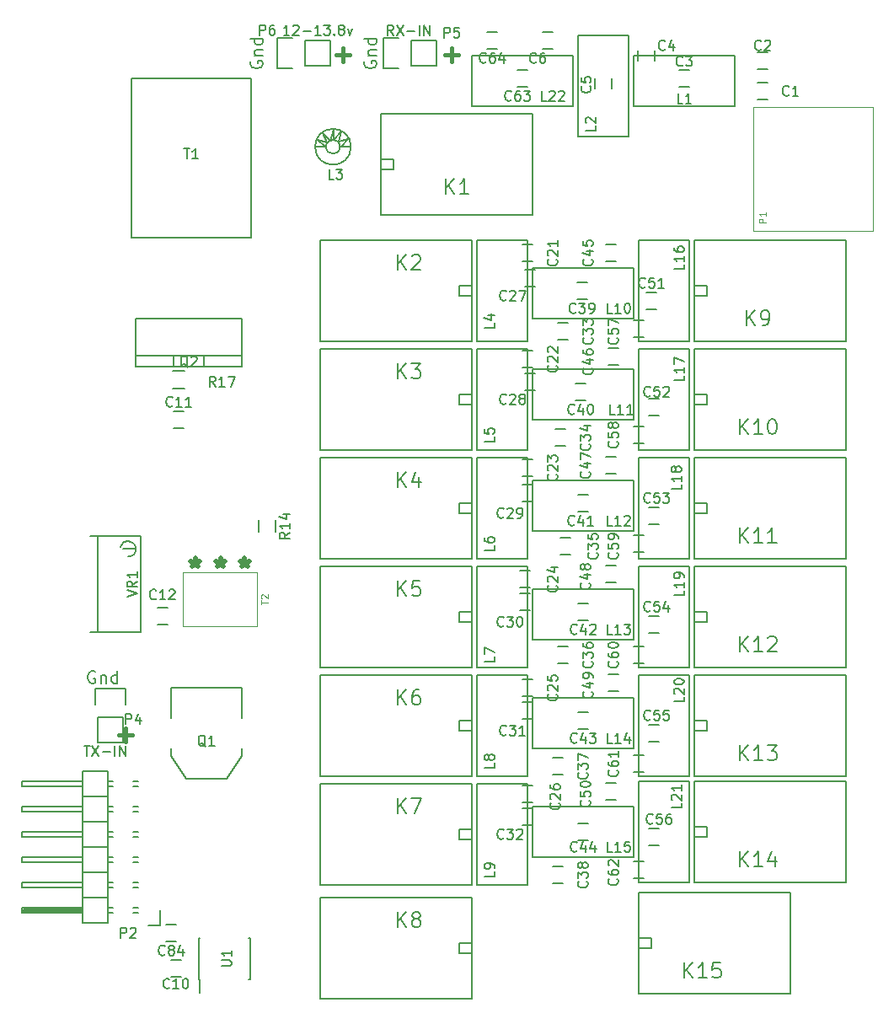
<source format=gto>
%FSLAX46Y46*%
G04 Gerber Fmt 4.6, Leading zero omitted, Abs format (unit mm)*
G04 Created by KiCad (PCBNEW (2014-10-27 BZR 5228)-product) date 06/09/2015 06:20:01*
%MOMM*%
G01*
G04 APERTURE LIST*
%ADD10C,0.100000*%
%ADD11C,0.500000*%
%ADD12C,0.150000*%
%ADD13C,0.437500*%
G04 APERTURE END LIST*
D10*
D11*
X131318000Y-88820762D02*
X131318000Y-89296952D01*
X131794191Y-89106476D02*
X131318000Y-89296952D01*
X130841810Y-89106476D01*
X131603715Y-89677905D02*
X131318000Y-89296952D01*
X131032286Y-89677905D01*
X128905000Y-88820762D02*
X128905000Y-89296952D01*
X129381191Y-89106476D02*
X128905000Y-89296952D01*
X128428810Y-89106476D01*
X129190715Y-89677905D02*
X128905000Y-89296952D01*
X128619286Y-89677905D01*
X126365000Y-88820762D02*
X126365000Y-89296952D01*
X126841191Y-89106476D02*
X126365000Y-89296952D01*
X125888810Y-89106476D01*
X126650715Y-89677905D02*
X126365000Y-89296952D01*
X126079286Y-89677905D01*
D12*
X116290429Y-100213000D02*
X116171381Y-100153476D01*
X115992810Y-100153476D01*
X115814238Y-100213000D01*
X115695191Y-100332048D01*
X115635667Y-100451095D01*
X115576143Y-100689190D01*
X115576143Y-100867762D01*
X115635667Y-101105857D01*
X115695191Y-101224905D01*
X115814238Y-101343952D01*
X115992810Y-101403476D01*
X116111858Y-101403476D01*
X116290429Y-101343952D01*
X116349953Y-101284429D01*
X116349953Y-100867762D01*
X116111858Y-100867762D01*
X116885667Y-100570143D02*
X116885667Y-101403476D01*
X116885667Y-100689190D02*
X116945191Y-100629667D01*
X117064238Y-100570143D01*
X117242810Y-100570143D01*
X117361858Y-100629667D01*
X117421381Y-100748714D01*
X117421381Y-101403476D01*
X118552333Y-101403476D02*
X118552333Y-100153476D01*
X118552333Y-101343952D02*
X118433286Y-101403476D01*
X118195190Y-101403476D01*
X118076143Y-101343952D01*
X118016619Y-101284429D01*
X117957095Y-101165381D01*
X117957095Y-100808238D01*
X118016619Y-100689190D01*
X118076143Y-100629667D01*
X118195190Y-100570143D01*
X118433286Y-100570143D01*
X118552333Y-100629667D01*
X146280382Y-36266381D02*
X145947048Y-35790190D01*
X145708953Y-36266381D02*
X145708953Y-35266381D01*
X146089906Y-35266381D01*
X146185144Y-35314000D01*
X146232763Y-35361619D01*
X146280382Y-35456857D01*
X146280382Y-35599714D01*
X146232763Y-35694952D01*
X146185144Y-35742571D01*
X146089906Y-35790190D01*
X145708953Y-35790190D01*
X146613715Y-35266381D02*
X147280382Y-36266381D01*
X147280382Y-35266381D02*
X146613715Y-36266381D01*
X147661334Y-35885429D02*
X148423239Y-35885429D01*
X148899429Y-36266381D02*
X148899429Y-35266381D01*
X149375619Y-36266381D02*
X149375619Y-35266381D01*
X149947048Y-36266381D01*
X149947048Y-35266381D01*
X135826858Y-36266381D02*
X135255429Y-36266381D01*
X135541143Y-36266381D02*
X135541143Y-35266381D01*
X135445905Y-35409238D01*
X135350667Y-35504476D01*
X135255429Y-35552095D01*
X136207810Y-35361619D02*
X136255429Y-35314000D01*
X136350667Y-35266381D01*
X136588763Y-35266381D01*
X136684001Y-35314000D01*
X136731620Y-35361619D01*
X136779239Y-35456857D01*
X136779239Y-35552095D01*
X136731620Y-35694952D01*
X136160191Y-36266381D01*
X136779239Y-36266381D01*
X137207810Y-35885429D02*
X137969715Y-35885429D01*
X138969715Y-36266381D02*
X138398286Y-36266381D01*
X138684000Y-36266381D02*
X138684000Y-35266381D01*
X138588762Y-35409238D01*
X138493524Y-35504476D01*
X138398286Y-35552095D01*
X139303048Y-35266381D02*
X139922096Y-35266381D01*
X139588762Y-35647333D01*
X139731620Y-35647333D01*
X139826858Y-35694952D01*
X139874477Y-35742571D01*
X139922096Y-35837810D01*
X139922096Y-36075905D01*
X139874477Y-36171143D01*
X139826858Y-36218762D01*
X139731620Y-36266381D01*
X139445905Y-36266381D01*
X139350667Y-36218762D01*
X139303048Y-36171143D01*
X140350667Y-36171143D02*
X140398286Y-36218762D01*
X140350667Y-36266381D01*
X140303048Y-36218762D01*
X140350667Y-36171143D01*
X140350667Y-36266381D01*
X140969714Y-35694952D02*
X140874476Y-35647333D01*
X140826857Y-35599714D01*
X140779238Y-35504476D01*
X140779238Y-35456857D01*
X140826857Y-35361619D01*
X140874476Y-35314000D01*
X140969714Y-35266381D01*
X141160191Y-35266381D01*
X141255429Y-35314000D01*
X141303048Y-35361619D01*
X141350667Y-35456857D01*
X141350667Y-35504476D01*
X141303048Y-35599714D01*
X141255429Y-35647333D01*
X141160191Y-35694952D01*
X140969714Y-35694952D01*
X140874476Y-35742571D01*
X140826857Y-35790190D01*
X140779238Y-35885429D01*
X140779238Y-36075905D01*
X140826857Y-36171143D01*
X140874476Y-36218762D01*
X140969714Y-36266381D01*
X141160191Y-36266381D01*
X141255429Y-36218762D01*
X141303048Y-36171143D01*
X141350667Y-36075905D01*
X141350667Y-35885429D01*
X141303048Y-35790190D01*
X141255429Y-35742571D01*
X141160191Y-35694952D01*
X141684000Y-35599714D02*
X141922095Y-36266381D01*
X142160191Y-35599714D01*
X115205143Y-107656381D02*
X115776572Y-107656381D01*
X115490857Y-108656381D02*
X115490857Y-107656381D01*
X116014667Y-107656381D02*
X116681334Y-108656381D01*
X116681334Y-107656381D02*
X116014667Y-108656381D01*
X117062286Y-108275429D02*
X117824191Y-108275429D01*
X118300381Y-108656381D02*
X118300381Y-107656381D01*
X118776571Y-108656381D02*
X118776571Y-107656381D01*
X119348000Y-108656381D01*
X119348000Y-107656381D01*
X143393000Y-38903571D02*
X143333476Y-39022619D01*
X143333476Y-39201190D01*
X143393000Y-39379762D01*
X143512048Y-39498809D01*
X143631095Y-39558333D01*
X143869190Y-39617857D01*
X144047762Y-39617857D01*
X144285857Y-39558333D01*
X144404905Y-39498809D01*
X144523952Y-39379762D01*
X144583476Y-39201190D01*
X144583476Y-39082142D01*
X144523952Y-38903571D01*
X144464429Y-38844047D01*
X144047762Y-38844047D01*
X144047762Y-39082142D01*
X143750143Y-38308333D02*
X144583476Y-38308333D01*
X143869190Y-38308333D02*
X143809667Y-38248809D01*
X143750143Y-38129762D01*
X143750143Y-37951190D01*
X143809667Y-37832142D01*
X143928714Y-37772619D01*
X144583476Y-37772619D01*
X144583476Y-36641667D02*
X143333476Y-36641667D01*
X144523952Y-36641667D02*
X144583476Y-36760714D01*
X144583476Y-36998810D01*
X144523952Y-37117857D01*
X144464429Y-37177381D01*
X144345381Y-37236905D01*
X143988238Y-37236905D01*
X143869190Y-37177381D01*
X143809667Y-37117857D01*
X143750143Y-36998810D01*
X143750143Y-36760714D01*
X143809667Y-36641667D01*
X131963000Y-38903571D02*
X131903476Y-39022619D01*
X131903476Y-39201190D01*
X131963000Y-39379762D01*
X132082048Y-39498809D01*
X132201095Y-39558333D01*
X132439190Y-39617857D01*
X132617762Y-39617857D01*
X132855857Y-39558333D01*
X132974905Y-39498809D01*
X133093952Y-39379762D01*
X133153476Y-39201190D01*
X133153476Y-39082142D01*
X133093952Y-38903571D01*
X133034429Y-38844047D01*
X132617762Y-38844047D01*
X132617762Y-39082142D01*
X132320143Y-38308333D02*
X133153476Y-38308333D01*
X132439190Y-38308333D02*
X132379667Y-38248809D01*
X132320143Y-38129762D01*
X132320143Y-37951190D01*
X132379667Y-37832142D01*
X132498714Y-37772619D01*
X133153476Y-37772619D01*
X133153476Y-36641667D02*
X131903476Y-36641667D01*
X133093952Y-36641667D02*
X133153476Y-36760714D01*
X133153476Y-36998810D01*
X133093952Y-37117857D01*
X133034429Y-37177381D01*
X132915381Y-37236905D01*
X132558238Y-37236905D01*
X132439190Y-37177381D01*
X132379667Y-37117857D01*
X132320143Y-36998810D01*
X132320143Y-36760714D01*
X132379667Y-36641667D01*
D13*
X118713334Y-106551000D02*
X120046667Y-106551000D01*
X119380000Y-107217667D02*
X119380000Y-105884333D01*
X151479334Y-38225000D02*
X152812667Y-38225000D01*
X152146000Y-38891667D02*
X152146000Y-37558333D01*
X140557334Y-38225000D02*
X141890667Y-38225000D01*
X141224000Y-38891667D02*
X141224000Y-37558333D01*
D12*
X183888000Y-38012000D02*
X182888000Y-38012000D01*
X182888000Y-39712000D02*
X183888000Y-39712000D01*
X176014000Y-39790000D02*
X175014000Y-39790000D01*
X175014000Y-41490000D02*
X176014000Y-41490000D01*
X168236000Y-41648000D02*
X168236000Y-40648000D01*
X166536000Y-40648000D02*
X166536000Y-41648000D01*
X161298000Y-37680000D02*
X162298000Y-37680000D01*
X162298000Y-35980000D02*
X161298000Y-35980000D01*
X124960000Y-129198000D02*
X123960000Y-129198000D01*
X123960000Y-130898000D02*
X124960000Y-130898000D01*
X124214000Y-75780000D02*
X125214000Y-75780000D01*
X125214000Y-74080000D02*
X124214000Y-74080000D01*
X160266000Y-57316000D02*
X159266000Y-57316000D01*
X159266000Y-59016000D02*
X160266000Y-59016000D01*
D10*
X192024000Y-55930000D02*
X182424000Y-55930000D01*
X182424000Y-55930000D02*
X182424000Y-43530000D01*
X182424000Y-43530000D02*
X194424000Y-43530000D01*
X194424000Y-43530000D02*
X194424000Y-55930000D01*
X194424000Y-55930000D02*
X192024000Y-55930000D01*
D12*
X120396000Y-87884000D02*
X119126000Y-87884000D01*
X119646700Y-88671400D02*
X119900700Y-88633300D01*
X119900700Y-88633300D02*
X120180100Y-88455500D01*
X120180100Y-88455500D02*
X120396000Y-88138000D01*
X120396000Y-88138000D02*
X120408700Y-87693500D01*
X120408700Y-87693500D02*
X120205500Y-87337900D01*
X120205500Y-87337900D02*
X119913400Y-87160100D01*
X119913400Y-87160100D02*
X119595900Y-87109300D01*
X119595900Y-87109300D02*
X119189500Y-87210900D01*
X119189500Y-87210900D02*
X118935500Y-87553800D01*
X118935500Y-87553800D02*
X118846600Y-87731600D01*
X116586000Y-96266000D02*
X116586000Y-86614000D01*
X119634000Y-86614000D02*
X120904000Y-86614000D01*
X120904000Y-86614000D02*
X120904000Y-96266000D01*
X120904000Y-96266000D02*
X115824000Y-96266000D01*
X115824000Y-86614000D02*
X118364000Y-86614000D01*
X118364000Y-86614000D02*
X119634000Y-86614000D01*
X160266000Y-111672000D02*
X159266000Y-111672000D01*
X159266000Y-113372000D02*
X160266000Y-113372000D01*
X159520000Y-71970000D02*
X160520000Y-71970000D01*
X160520000Y-70270000D02*
X159520000Y-70270000D01*
X159266000Y-83146000D02*
X160266000Y-83146000D01*
X160266000Y-81446000D02*
X159266000Y-81446000D01*
X159012000Y-94068000D02*
X160012000Y-94068000D01*
X160012000Y-92368000D02*
X159012000Y-92368000D01*
X159266000Y-104990000D02*
X160266000Y-104990000D01*
X160266000Y-103290000D02*
X159266000Y-103290000D01*
X182888000Y-42760000D02*
X183888000Y-42760000D01*
X183888000Y-41060000D02*
X182888000Y-41060000D01*
X119126000Y-104775000D02*
X119126000Y-107315000D01*
X119406000Y-101955000D02*
X119406000Y-103505000D01*
X119126000Y-104775000D02*
X116586000Y-104775000D01*
X116306000Y-103505000D02*
X116306000Y-101955000D01*
X116306000Y-101955000D02*
X119406000Y-101955000D01*
X116586000Y-104775000D02*
X116586000Y-107315000D01*
X116586000Y-107315000D02*
X119126000Y-107315000D01*
X160266000Y-78906000D02*
X159266000Y-78906000D01*
X159266000Y-80606000D02*
X160266000Y-80606000D01*
X160012000Y-90082000D02*
X159012000Y-90082000D01*
X159012000Y-91782000D02*
X160012000Y-91782000D01*
X160266000Y-101004000D02*
X159266000Y-101004000D01*
X159266000Y-102704000D02*
X160266000Y-102704000D01*
X159520000Y-61556000D02*
X160520000Y-61556000D01*
X160520000Y-59856000D02*
X159520000Y-59856000D01*
X159266000Y-115658000D02*
X160266000Y-115658000D01*
X160266000Y-113958000D02*
X159266000Y-113958000D01*
X163822000Y-65190000D02*
X162822000Y-65190000D01*
X162822000Y-66890000D02*
X163822000Y-66890000D01*
X170854000Y-37854000D02*
X170854000Y-38854000D01*
X172554000Y-38854000D02*
X172554000Y-37854000D01*
X160266000Y-67984000D02*
X159266000Y-67984000D01*
X159266000Y-69684000D02*
X160266000Y-69684000D01*
X163568000Y-75858000D02*
X162568000Y-75858000D01*
X162568000Y-77558000D02*
X163568000Y-77558000D01*
X164076000Y-86780000D02*
X163076000Y-86780000D01*
X163076000Y-88480000D02*
X164076000Y-88480000D01*
X163822000Y-97702000D02*
X162822000Y-97702000D01*
X162822000Y-99402000D02*
X163822000Y-99402000D01*
X163314000Y-108878000D02*
X162314000Y-108878000D01*
X162314000Y-110578000D02*
X163314000Y-110578000D01*
X163314000Y-119800000D02*
X162314000Y-119800000D01*
X162314000Y-121500000D02*
X163314000Y-121500000D01*
X164727000Y-62826000D02*
X165727000Y-62826000D01*
X165727000Y-61126000D02*
X164727000Y-61126000D01*
X164600000Y-72986000D02*
X165600000Y-72986000D01*
X165600000Y-71286000D02*
X164600000Y-71286000D01*
X164854000Y-84162000D02*
X165854000Y-84162000D01*
X165854000Y-82462000D02*
X164854000Y-82462000D01*
X164854000Y-95084000D02*
X165854000Y-95084000D01*
X165854000Y-93384000D02*
X164854000Y-93384000D01*
X164854000Y-106006000D02*
X165854000Y-106006000D01*
X165854000Y-104306000D02*
X164854000Y-104306000D01*
X164854000Y-117182000D02*
X165854000Y-117182000D01*
X165854000Y-115482000D02*
X164854000Y-115482000D01*
X167648000Y-59016000D02*
X168648000Y-59016000D01*
X168648000Y-57316000D02*
X167648000Y-57316000D01*
X167902000Y-69430000D02*
X168902000Y-69430000D01*
X168902000Y-67730000D02*
X167902000Y-67730000D01*
X167648000Y-80352000D02*
X168648000Y-80352000D01*
X168648000Y-78652000D02*
X167648000Y-78652000D01*
X167648000Y-91274000D02*
X168648000Y-91274000D01*
X168648000Y-89574000D02*
X167648000Y-89574000D01*
X167902000Y-102196000D02*
X168902000Y-102196000D01*
X168902000Y-100496000D02*
X167902000Y-100496000D01*
X167648000Y-113118000D02*
X168648000Y-113118000D01*
X168648000Y-111418000D02*
X167648000Y-111418000D01*
X171712000Y-63842000D02*
X172712000Y-63842000D01*
X172712000Y-62142000D02*
X171712000Y-62142000D01*
X171966000Y-74510000D02*
X172966000Y-74510000D01*
X172966000Y-72810000D02*
X171966000Y-72810000D01*
X171966000Y-85432000D02*
X172966000Y-85432000D01*
X172966000Y-83732000D02*
X171966000Y-83732000D01*
X171966000Y-96354000D02*
X172966000Y-96354000D01*
X172966000Y-94654000D02*
X171966000Y-94654000D01*
X171966000Y-107276000D02*
X172966000Y-107276000D01*
X172966000Y-105576000D02*
X171966000Y-105576000D01*
X171966000Y-117690000D02*
X172966000Y-117690000D01*
X172966000Y-115990000D02*
X171966000Y-115990000D01*
X170442000Y-66636000D02*
X171442000Y-66636000D01*
X171442000Y-64936000D02*
X170442000Y-64936000D01*
X170442000Y-77304000D02*
X171442000Y-77304000D01*
X171442000Y-75604000D02*
X170442000Y-75604000D01*
X170442000Y-88226000D02*
X171442000Y-88226000D01*
X171442000Y-86526000D02*
X170442000Y-86526000D01*
X170442000Y-99402000D02*
X171442000Y-99402000D01*
X171442000Y-97702000D02*
X170442000Y-97702000D01*
X170442000Y-110324000D02*
X171442000Y-110324000D01*
X171442000Y-108624000D02*
X170442000Y-108624000D01*
X170442000Y-120992000D02*
X171442000Y-120992000D01*
X171442000Y-119292000D02*
X170442000Y-119292000D01*
X145288000Y-48768000D02*
X145034000Y-48768000D01*
X145034000Y-49784000D02*
X146304000Y-49784000D01*
X146304000Y-49784000D02*
X146304000Y-48768000D01*
X146304000Y-48768000D02*
X145288000Y-48768000D01*
X160274000Y-44196000D02*
X145034000Y-44196000D01*
X145034000Y-44196000D02*
X145034000Y-54356000D01*
X145034000Y-54356000D02*
X160274000Y-54356000D01*
X160274000Y-54356000D02*
X160286000Y-44244000D01*
X153924000Y-62484000D02*
X154178000Y-62484000D01*
X154178000Y-61468000D02*
X152908000Y-61468000D01*
X152908000Y-61468000D02*
X152908000Y-62484000D01*
X152908000Y-62484000D02*
X153924000Y-62484000D01*
X138938000Y-67056000D02*
X154178000Y-67056000D01*
X154178000Y-67056000D02*
X154178000Y-56896000D01*
X154178000Y-56896000D02*
X138938000Y-56896000D01*
X138938000Y-56896000D02*
X138926000Y-67008000D01*
X153924000Y-73406000D02*
X154178000Y-73406000D01*
X154178000Y-72390000D02*
X152908000Y-72390000D01*
X152908000Y-72390000D02*
X152908000Y-73406000D01*
X152908000Y-73406000D02*
X153924000Y-73406000D01*
X138938000Y-77978000D02*
X154178000Y-77978000D01*
X154178000Y-77978000D02*
X154178000Y-67818000D01*
X154178000Y-67818000D02*
X138938000Y-67818000D01*
X138938000Y-67818000D02*
X138926000Y-77930000D01*
X153924000Y-84328000D02*
X154178000Y-84328000D01*
X154178000Y-83312000D02*
X152908000Y-83312000D01*
X152908000Y-83312000D02*
X152908000Y-84328000D01*
X152908000Y-84328000D02*
X153924000Y-84328000D01*
X138938000Y-88900000D02*
X154178000Y-88900000D01*
X154178000Y-88900000D02*
X154178000Y-78740000D01*
X154178000Y-78740000D02*
X138938000Y-78740000D01*
X138938000Y-78740000D02*
X138926000Y-88852000D01*
X153924000Y-95250000D02*
X154178000Y-95250000D01*
X154178000Y-94234000D02*
X152908000Y-94234000D01*
X152908000Y-94234000D02*
X152908000Y-95250000D01*
X152908000Y-95250000D02*
X153924000Y-95250000D01*
X138938000Y-99822000D02*
X154178000Y-99822000D01*
X154178000Y-99822000D02*
X154178000Y-89662000D01*
X154178000Y-89662000D02*
X138938000Y-89662000D01*
X138938000Y-89662000D02*
X138926000Y-99774000D01*
X153924000Y-106172000D02*
X154178000Y-106172000D01*
X154178000Y-105156000D02*
X152908000Y-105156000D01*
X152908000Y-105156000D02*
X152908000Y-106172000D01*
X152908000Y-106172000D02*
X153924000Y-106172000D01*
X138938000Y-110744000D02*
X154178000Y-110744000D01*
X154178000Y-110744000D02*
X154178000Y-100584000D01*
X154178000Y-100584000D02*
X138938000Y-100584000D01*
X138938000Y-100584000D02*
X138926000Y-110696000D01*
X153924000Y-117094000D02*
X154178000Y-117094000D01*
X154178000Y-116078000D02*
X152908000Y-116078000D01*
X152908000Y-116078000D02*
X152908000Y-117094000D01*
X152908000Y-117094000D02*
X153924000Y-117094000D01*
X138938000Y-121666000D02*
X154178000Y-121666000D01*
X154178000Y-121666000D02*
X154178000Y-111506000D01*
X154178000Y-111506000D02*
X138938000Y-111506000D01*
X138938000Y-111506000D02*
X138926000Y-121618000D01*
X153924000Y-128524000D02*
X154178000Y-128524000D01*
X154178000Y-127508000D02*
X152908000Y-127508000D01*
X152908000Y-127508000D02*
X152908000Y-128524000D01*
X152908000Y-128524000D02*
X153924000Y-128524000D01*
X138938000Y-133096000D02*
X154178000Y-133096000D01*
X154178000Y-133096000D02*
X154178000Y-122936000D01*
X154178000Y-122936000D02*
X138938000Y-122936000D01*
X138938000Y-122936000D02*
X138926000Y-133048000D01*
X176784000Y-61468000D02*
X176530000Y-61468000D01*
X176530000Y-62484000D02*
X177800000Y-62484000D01*
X177800000Y-62484000D02*
X177800000Y-61468000D01*
X177800000Y-61468000D02*
X176784000Y-61468000D01*
X191770000Y-56896000D02*
X176530000Y-56896000D01*
X176530000Y-56896000D02*
X176530000Y-67056000D01*
X176530000Y-67056000D02*
X191770000Y-67056000D01*
X191770000Y-67056000D02*
X191782000Y-56944000D01*
X176784000Y-72390000D02*
X176530000Y-72390000D01*
X176530000Y-73406000D02*
X177800000Y-73406000D01*
X177800000Y-73406000D02*
X177800000Y-72390000D01*
X177800000Y-72390000D02*
X176784000Y-72390000D01*
X191770000Y-67818000D02*
X176530000Y-67818000D01*
X176530000Y-67818000D02*
X176530000Y-77978000D01*
X176530000Y-77978000D02*
X191770000Y-77978000D01*
X191770000Y-77978000D02*
X191782000Y-67866000D01*
X176784000Y-83312000D02*
X176530000Y-83312000D01*
X176530000Y-84328000D02*
X177800000Y-84328000D01*
X177800000Y-84328000D02*
X177800000Y-83312000D01*
X177800000Y-83312000D02*
X176784000Y-83312000D01*
X191770000Y-78740000D02*
X176530000Y-78740000D01*
X176530000Y-78740000D02*
X176530000Y-88900000D01*
X176530000Y-88900000D02*
X191770000Y-88900000D01*
X191770000Y-88900000D02*
X191782000Y-78788000D01*
X176784000Y-94234000D02*
X176530000Y-94234000D01*
X176530000Y-95250000D02*
X177800000Y-95250000D01*
X177800000Y-95250000D02*
X177800000Y-94234000D01*
X177800000Y-94234000D02*
X176784000Y-94234000D01*
X191770000Y-89662000D02*
X176530000Y-89662000D01*
X176530000Y-89662000D02*
X176530000Y-99822000D01*
X176530000Y-99822000D02*
X191770000Y-99822000D01*
X191770000Y-99822000D02*
X191782000Y-89710000D01*
X176784000Y-105156000D02*
X176530000Y-105156000D01*
X176530000Y-106172000D02*
X177800000Y-106172000D01*
X177800000Y-106172000D02*
X177800000Y-105156000D01*
X177800000Y-105156000D02*
X176784000Y-105156000D01*
X191770000Y-100584000D02*
X176530000Y-100584000D01*
X176530000Y-100584000D02*
X176530000Y-110744000D01*
X176530000Y-110744000D02*
X191770000Y-110744000D01*
X191770000Y-110744000D02*
X191782000Y-100632000D01*
X176784000Y-115824000D02*
X176530000Y-115824000D01*
X176530000Y-116840000D02*
X177800000Y-116840000D01*
X177800000Y-116840000D02*
X177800000Y-115824000D01*
X177800000Y-115824000D02*
X176784000Y-115824000D01*
X191770000Y-111252000D02*
X176530000Y-111252000D01*
X176530000Y-111252000D02*
X176530000Y-121412000D01*
X176530000Y-121412000D02*
X191770000Y-121412000D01*
X191770000Y-121412000D02*
X191782000Y-111300000D01*
X148082000Y-36830000D02*
X150622000Y-36830000D01*
X145262000Y-36550000D02*
X146812000Y-36550000D01*
X148082000Y-36830000D02*
X148082000Y-39370000D01*
X146812000Y-39650000D02*
X145262000Y-39650000D01*
X145262000Y-39650000D02*
X145262000Y-36550000D01*
X148082000Y-39370000D02*
X150622000Y-39370000D01*
X150622000Y-39370000D02*
X150622000Y-36830000D01*
X137414000Y-36830000D02*
X139954000Y-36830000D01*
X134594000Y-36550000D02*
X136144000Y-36550000D01*
X137414000Y-36830000D02*
X137414000Y-39370000D01*
X136144000Y-39650000D02*
X134594000Y-39650000D01*
X134594000Y-39650000D02*
X134594000Y-36550000D01*
X137414000Y-39370000D02*
X139954000Y-39370000D01*
X139954000Y-39370000D02*
X139954000Y-36830000D01*
X127254000Y-69596000D02*
X127254000Y-68453000D01*
X124206000Y-69596000D02*
X124206000Y-68453000D01*
X120396000Y-68453000D02*
X120396000Y-64770000D01*
X120396000Y-64770000D02*
X131064000Y-64770000D01*
X131064000Y-64770000D02*
X131064000Y-68453000D01*
X120396000Y-69596000D02*
X120396000Y-68453000D01*
X120396000Y-68453000D02*
X131064000Y-68453000D01*
X131064000Y-68453000D02*
X131064000Y-69596000D01*
X125730000Y-69596000D02*
X131064000Y-69596000D01*
X125730000Y-69596000D02*
X120396000Y-69596000D01*
X125314000Y-71741000D02*
X124114000Y-71741000D01*
X124114000Y-69991000D02*
X125314000Y-69991000D01*
X119984000Y-56636000D02*
X119984000Y-40636000D01*
X119984000Y-40636000D02*
X131984000Y-40636000D01*
X131984000Y-40636000D02*
X131984000Y-56636000D01*
X131984000Y-56636000D02*
X119984000Y-56636000D01*
X177038000Y-38354000D02*
X173990000Y-38354000D01*
X177038000Y-43434000D02*
X173990000Y-43434000D01*
X180594000Y-38354000D02*
X177038000Y-38354000D01*
X180594000Y-43434000D02*
X177038000Y-43434000D01*
X172974000Y-38354000D02*
X173990000Y-38354000D01*
X172974000Y-43434000D02*
X173990000Y-43434000D01*
X170434000Y-38354000D02*
X172974000Y-38354000D01*
X170434000Y-43434000D02*
X172974000Y-43434000D01*
X170434000Y-38354000D02*
X170434000Y-43434000D01*
X180594000Y-43434000D02*
X180594000Y-38354000D01*
X169926000Y-42926000D02*
X169926000Y-39878000D01*
X164846000Y-42926000D02*
X164846000Y-39878000D01*
X169926000Y-46482000D02*
X169926000Y-42926000D01*
X164846000Y-46482000D02*
X164846000Y-42926000D01*
X169926000Y-38862000D02*
X169926000Y-39878000D01*
X164846000Y-38862000D02*
X164846000Y-39878000D01*
X169926000Y-36322000D02*
X169926000Y-38862000D01*
X164846000Y-36322000D02*
X164846000Y-38862000D01*
X169926000Y-36322000D02*
X164846000Y-36322000D01*
X164846000Y-46482000D02*
X169926000Y-46482000D01*
X154686000Y-60452000D02*
X154686000Y-63500000D01*
X159766000Y-60452000D02*
X159766000Y-63500000D01*
X154686000Y-56896000D02*
X154686000Y-60452000D01*
X159766000Y-56896000D02*
X159766000Y-60452000D01*
X154686000Y-64516000D02*
X154686000Y-63500000D01*
X159766000Y-64516000D02*
X159766000Y-63500000D01*
X154686000Y-67056000D02*
X154686000Y-64516000D01*
X159766000Y-67056000D02*
X159766000Y-64516000D01*
X154686000Y-67056000D02*
X159766000Y-67056000D01*
X159766000Y-56896000D02*
X154686000Y-56896000D01*
X154686000Y-71374000D02*
X154686000Y-74422000D01*
X159766000Y-71374000D02*
X159766000Y-74422000D01*
X154686000Y-67818000D02*
X154686000Y-71374000D01*
X159766000Y-67818000D02*
X159766000Y-71374000D01*
X154686000Y-75438000D02*
X154686000Y-74422000D01*
X159766000Y-75438000D02*
X159766000Y-74422000D01*
X154686000Y-77978000D02*
X154686000Y-75438000D01*
X159766000Y-77978000D02*
X159766000Y-75438000D01*
X154686000Y-77978000D02*
X159766000Y-77978000D01*
X159766000Y-67818000D02*
X154686000Y-67818000D01*
X154686000Y-82296000D02*
X154686000Y-85344000D01*
X159766000Y-82296000D02*
X159766000Y-85344000D01*
X154686000Y-78740000D02*
X154686000Y-82296000D01*
X159766000Y-78740000D02*
X159766000Y-82296000D01*
X154686000Y-86360000D02*
X154686000Y-85344000D01*
X159766000Y-86360000D02*
X159766000Y-85344000D01*
X154686000Y-88900000D02*
X154686000Y-86360000D01*
X159766000Y-88900000D02*
X159766000Y-86360000D01*
X154686000Y-88900000D02*
X159766000Y-88900000D01*
X159766000Y-78740000D02*
X154686000Y-78740000D01*
X154686000Y-93218000D02*
X154686000Y-96266000D01*
X159766000Y-93218000D02*
X159766000Y-96266000D01*
X154686000Y-89662000D02*
X154686000Y-93218000D01*
X159766000Y-89662000D02*
X159766000Y-93218000D01*
X154686000Y-97282000D02*
X154686000Y-96266000D01*
X159766000Y-97282000D02*
X159766000Y-96266000D01*
X154686000Y-99822000D02*
X154686000Y-97282000D01*
X159766000Y-99822000D02*
X159766000Y-97282000D01*
X154686000Y-99822000D02*
X159766000Y-99822000D01*
X159766000Y-89662000D02*
X154686000Y-89662000D01*
X154686000Y-104140000D02*
X154686000Y-107188000D01*
X159766000Y-104140000D02*
X159766000Y-107188000D01*
X154686000Y-100584000D02*
X154686000Y-104140000D01*
X159766000Y-100584000D02*
X159766000Y-104140000D01*
X154686000Y-108204000D02*
X154686000Y-107188000D01*
X159766000Y-108204000D02*
X159766000Y-107188000D01*
X154686000Y-110744000D02*
X154686000Y-108204000D01*
X159766000Y-110744000D02*
X159766000Y-108204000D01*
X154686000Y-110744000D02*
X159766000Y-110744000D01*
X159766000Y-100584000D02*
X154686000Y-100584000D01*
X154686000Y-115062000D02*
X154686000Y-118110000D01*
X159766000Y-115062000D02*
X159766000Y-118110000D01*
X154686000Y-111506000D02*
X154686000Y-115062000D01*
X159766000Y-111506000D02*
X159766000Y-115062000D01*
X154686000Y-119126000D02*
X154686000Y-118110000D01*
X159766000Y-119126000D02*
X159766000Y-118110000D01*
X154686000Y-121666000D02*
X154686000Y-119126000D01*
X159766000Y-121666000D02*
X159766000Y-119126000D01*
X154686000Y-121666000D02*
X159766000Y-121666000D01*
X159766000Y-111506000D02*
X154686000Y-111506000D01*
X163830000Y-64770000D02*
X166878000Y-64770000D01*
X163830000Y-59690000D02*
X166878000Y-59690000D01*
X160274000Y-64770000D02*
X163830000Y-64770000D01*
X160274000Y-59690000D02*
X163830000Y-59690000D01*
X167894000Y-64770000D02*
X166878000Y-64770000D01*
X167894000Y-59690000D02*
X166878000Y-59690000D01*
X170434000Y-64770000D02*
X167894000Y-64770000D01*
X170434000Y-59690000D02*
X167894000Y-59690000D01*
X170434000Y-64770000D02*
X170434000Y-59690000D01*
X160274000Y-59690000D02*
X160274000Y-64770000D01*
X163830000Y-74930000D02*
X166878000Y-74930000D01*
X163830000Y-69850000D02*
X166878000Y-69850000D01*
X160274000Y-74930000D02*
X163830000Y-74930000D01*
X160274000Y-69850000D02*
X163830000Y-69850000D01*
X167894000Y-74930000D02*
X166878000Y-74930000D01*
X167894000Y-69850000D02*
X166878000Y-69850000D01*
X170434000Y-74930000D02*
X167894000Y-74930000D01*
X170434000Y-69850000D02*
X167894000Y-69850000D01*
X170434000Y-74930000D02*
X170434000Y-69850000D01*
X160274000Y-69850000D02*
X160274000Y-74930000D01*
X163830000Y-86106000D02*
X166878000Y-86106000D01*
X163830000Y-81026000D02*
X166878000Y-81026000D01*
X160274000Y-86106000D02*
X163830000Y-86106000D01*
X160274000Y-81026000D02*
X163830000Y-81026000D01*
X167894000Y-86106000D02*
X166878000Y-86106000D01*
X167894000Y-81026000D02*
X166878000Y-81026000D01*
X170434000Y-86106000D02*
X167894000Y-86106000D01*
X170434000Y-81026000D02*
X167894000Y-81026000D01*
X170434000Y-86106000D02*
X170434000Y-81026000D01*
X160274000Y-81026000D02*
X160274000Y-86106000D01*
X163830000Y-97028000D02*
X166878000Y-97028000D01*
X163830000Y-91948000D02*
X166878000Y-91948000D01*
X160274000Y-97028000D02*
X163830000Y-97028000D01*
X160274000Y-91948000D02*
X163830000Y-91948000D01*
X167894000Y-97028000D02*
X166878000Y-97028000D01*
X167894000Y-91948000D02*
X166878000Y-91948000D01*
X170434000Y-97028000D02*
X167894000Y-97028000D01*
X170434000Y-91948000D02*
X167894000Y-91948000D01*
X170434000Y-97028000D02*
X170434000Y-91948000D01*
X160274000Y-91948000D02*
X160274000Y-97028000D01*
X163830000Y-107950000D02*
X166878000Y-107950000D01*
X163830000Y-102870000D02*
X166878000Y-102870000D01*
X160274000Y-107950000D02*
X163830000Y-107950000D01*
X160274000Y-102870000D02*
X163830000Y-102870000D01*
X167894000Y-107950000D02*
X166878000Y-107950000D01*
X167894000Y-102870000D02*
X166878000Y-102870000D01*
X170434000Y-107950000D02*
X167894000Y-107950000D01*
X170434000Y-102870000D02*
X167894000Y-102870000D01*
X170434000Y-107950000D02*
X170434000Y-102870000D01*
X160274000Y-102870000D02*
X160274000Y-107950000D01*
X163830000Y-118872000D02*
X166878000Y-118872000D01*
X163830000Y-113792000D02*
X166878000Y-113792000D01*
X160274000Y-118872000D02*
X163830000Y-118872000D01*
X160274000Y-113792000D02*
X163830000Y-113792000D01*
X167894000Y-118872000D02*
X166878000Y-118872000D01*
X167894000Y-113792000D02*
X166878000Y-113792000D01*
X170434000Y-118872000D02*
X167894000Y-118872000D01*
X170434000Y-113792000D02*
X167894000Y-113792000D01*
X170434000Y-118872000D02*
X170434000Y-113792000D01*
X160274000Y-113792000D02*
X160274000Y-118872000D01*
X170942000Y-60452000D02*
X170942000Y-63500000D01*
X176022000Y-60452000D02*
X176022000Y-63500000D01*
X170942000Y-56896000D02*
X170942000Y-60452000D01*
X176022000Y-56896000D02*
X176022000Y-60452000D01*
X170942000Y-64516000D02*
X170942000Y-63500000D01*
X176022000Y-64516000D02*
X176022000Y-63500000D01*
X170942000Y-67056000D02*
X170942000Y-64516000D01*
X176022000Y-67056000D02*
X176022000Y-64516000D01*
X170942000Y-67056000D02*
X176022000Y-67056000D01*
X176022000Y-56896000D02*
X170942000Y-56896000D01*
X170942000Y-71374000D02*
X170942000Y-74422000D01*
X176022000Y-71374000D02*
X176022000Y-74422000D01*
X170942000Y-67818000D02*
X170942000Y-71374000D01*
X176022000Y-67818000D02*
X176022000Y-71374000D01*
X170942000Y-75438000D02*
X170942000Y-74422000D01*
X176022000Y-75438000D02*
X176022000Y-74422000D01*
X170942000Y-77978000D02*
X170942000Y-75438000D01*
X176022000Y-77978000D02*
X176022000Y-75438000D01*
X170942000Y-77978000D02*
X176022000Y-77978000D01*
X176022000Y-67818000D02*
X170942000Y-67818000D01*
X170942000Y-82296000D02*
X170942000Y-85344000D01*
X176022000Y-82296000D02*
X176022000Y-85344000D01*
X170942000Y-78740000D02*
X170942000Y-82296000D01*
X176022000Y-78740000D02*
X176022000Y-82296000D01*
X170942000Y-86360000D02*
X170942000Y-85344000D01*
X176022000Y-86360000D02*
X176022000Y-85344000D01*
X170942000Y-88900000D02*
X170942000Y-86360000D01*
X176022000Y-88900000D02*
X176022000Y-86360000D01*
X170942000Y-88900000D02*
X176022000Y-88900000D01*
X176022000Y-78740000D02*
X170942000Y-78740000D01*
X170942000Y-93218000D02*
X170942000Y-96266000D01*
X176022000Y-93218000D02*
X176022000Y-96266000D01*
X170942000Y-89662000D02*
X170942000Y-93218000D01*
X176022000Y-89662000D02*
X176022000Y-93218000D01*
X170942000Y-97282000D02*
X170942000Y-96266000D01*
X176022000Y-97282000D02*
X176022000Y-96266000D01*
X170942000Y-99822000D02*
X170942000Y-97282000D01*
X176022000Y-99822000D02*
X176022000Y-97282000D01*
X170942000Y-99822000D02*
X176022000Y-99822000D01*
X176022000Y-89662000D02*
X170942000Y-89662000D01*
X170942000Y-104140000D02*
X170942000Y-107188000D01*
X176022000Y-104140000D02*
X176022000Y-107188000D01*
X170942000Y-100584000D02*
X170942000Y-104140000D01*
X176022000Y-100584000D02*
X176022000Y-104140000D01*
X170942000Y-108204000D02*
X170942000Y-107188000D01*
X176022000Y-108204000D02*
X176022000Y-107188000D01*
X170942000Y-110744000D02*
X170942000Y-108204000D01*
X176022000Y-110744000D02*
X176022000Y-108204000D01*
X170942000Y-110744000D02*
X176022000Y-110744000D01*
X176022000Y-100584000D02*
X170942000Y-100584000D01*
X170942000Y-114808000D02*
X170942000Y-117856000D01*
X176022000Y-114808000D02*
X176022000Y-117856000D01*
X170942000Y-111252000D02*
X170942000Y-114808000D01*
X176022000Y-111252000D02*
X176022000Y-114808000D01*
X170942000Y-118872000D02*
X170942000Y-117856000D01*
X176022000Y-118872000D02*
X176022000Y-117856000D01*
X170942000Y-121412000D02*
X170942000Y-118872000D01*
X176022000Y-121412000D02*
X176022000Y-118872000D01*
X170942000Y-121412000D02*
X176022000Y-121412000D01*
X176022000Y-111252000D02*
X170942000Y-111252000D01*
X159758000Y-39790000D02*
X158758000Y-39790000D01*
X158758000Y-41490000D02*
X159758000Y-41490000D01*
X156710000Y-35980000D02*
X155710000Y-35980000D01*
X155710000Y-37680000D02*
X156710000Y-37680000D01*
X142008860Y-47498000D02*
X141008100Y-47498000D01*
X141008100Y-47498000D02*
X141709140Y-46697900D01*
X141709140Y-46697900D02*
X140807440Y-46997620D01*
X140807440Y-46997620D02*
X141008100Y-45996860D01*
X141008100Y-45996860D02*
X140307060Y-46796960D01*
X140307060Y-46796960D02*
X140307060Y-45798740D01*
X140307060Y-45798740D02*
X139908280Y-46898560D01*
X139908280Y-46898560D02*
X139207240Y-46098460D01*
X139207240Y-46098460D02*
X139608560Y-47099220D01*
X139608560Y-47099220D02*
X138706860Y-46796960D01*
X138706860Y-46796960D02*
X139407900Y-47498000D01*
X139407900Y-47498000D02*
X138508740Y-47498000D01*
X140909040Y-47498000D02*
G75*
G03X140909040Y-47498000I-701040J0D01*
G01*
X142008860Y-47498000D02*
G75*
G03X142008860Y-47498000I-1800860J0D01*
G01*
X160782000Y-38354000D02*
X157734000Y-38354000D01*
X160782000Y-43434000D02*
X157734000Y-43434000D01*
X164338000Y-38354000D02*
X160782000Y-38354000D01*
X164338000Y-43434000D02*
X160782000Y-43434000D01*
X156718000Y-38354000D02*
X157734000Y-38354000D01*
X156718000Y-43434000D02*
X157734000Y-43434000D01*
X154178000Y-38354000D02*
X156718000Y-38354000D01*
X154178000Y-43434000D02*
X156718000Y-43434000D01*
X154178000Y-38354000D02*
X154178000Y-43434000D01*
X164338000Y-43434000D02*
X164338000Y-38354000D01*
X132729000Y-86198000D02*
X132729000Y-84998000D01*
X134479000Y-84998000D02*
X134479000Y-86198000D01*
X124452000Y-125642000D02*
X123452000Y-125642000D01*
X123452000Y-127342000D02*
X124452000Y-127342000D01*
X171196000Y-127000000D02*
X170942000Y-127000000D01*
X170942000Y-128016000D02*
X172212000Y-128016000D01*
X172212000Y-128016000D02*
X172212000Y-127000000D01*
X172212000Y-127000000D02*
X171196000Y-127000000D01*
X186182000Y-122428000D02*
X170942000Y-122428000D01*
X170942000Y-122428000D02*
X170942000Y-132588000D01*
X170942000Y-132588000D02*
X186182000Y-132588000D01*
X186182000Y-132588000D02*
X186194000Y-122476000D01*
X126711000Y-131107000D02*
X126856000Y-131107000D01*
X126711000Y-126957000D02*
X126856000Y-126957000D01*
X131861000Y-126957000D02*
X131716000Y-126957000D01*
X131861000Y-131107000D02*
X131716000Y-131107000D01*
X126711000Y-131107000D02*
X126711000Y-126957000D01*
X131861000Y-131107000D02*
X131861000Y-126957000D01*
X126856000Y-131107000D02*
X126856000Y-132507000D01*
X123563000Y-93765000D02*
X122563000Y-93765000D01*
X122563000Y-95465000D02*
X123563000Y-95465000D01*
X120142000Y-111760000D02*
X120650000Y-111760000D01*
X120142000Y-111252000D02*
X120650000Y-111252000D01*
X120142000Y-113792000D02*
X120650000Y-113792000D01*
X120142000Y-114300000D02*
X120650000Y-114300000D01*
X120142000Y-116332000D02*
X120650000Y-116332000D01*
X120142000Y-116840000D02*
X120650000Y-116840000D01*
X120142000Y-124460000D02*
X120650000Y-124460000D01*
X120142000Y-123952000D02*
X120650000Y-123952000D01*
X120142000Y-118872000D02*
X120650000Y-118872000D01*
X120142000Y-119380000D02*
X120650000Y-119380000D01*
X120142000Y-121412000D02*
X120650000Y-121412000D01*
X120142000Y-121920000D02*
X120650000Y-121920000D01*
X117602000Y-111252000D02*
X118110000Y-111252000D01*
X117602000Y-111760000D02*
X118110000Y-111760000D01*
X117602000Y-113792000D02*
X118110000Y-113792000D01*
X117602000Y-114300000D02*
X118110000Y-114300000D01*
X117602000Y-124460000D02*
X118110000Y-124460000D01*
X117602000Y-123952000D02*
X118110000Y-123952000D01*
X117602000Y-121920000D02*
X118110000Y-121920000D01*
X117602000Y-121412000D02*
X118110000Y-121412000D01*
X117602000Y-116332000D02*
X118110000Y-116332000D01*
X117602000Y-116840000D02*
X118110000Y-116840000D01*
X117602000Y-118872000D02*
X118110000Y-118872000D01*
X117602000Y-119380000D02*
X118110000Y-119380000D01*
X121666000Y-125756000D02*
X122816000Y-125756000D01*
X122816000Y-125756000D02*
X122816000Y-124206000D01*
X115062000Y-124333000D02*
X109093000Y-124333000D01*
X109093000Y-124333000D02*
X109093000Y-124079000D01*
X109093000Y-124079000D02*
X114935000Y-124079000D01*
X114935000Y-124079000D02*
X114935000Y-124206000D01*
X114935000Y-124206000D02*
X109093000Y-124206000D01*
X117602000Y-115316000D02*
X115062000Y-115316000D01*
X117602000Y-115316000D02*
X117602000Y-112776000D01*
X117602000Y-112776000D02*
X115062000Y-112776000D01*
X115062000Y-114300000D02*
X108966000Y-114300000D01*
X108966000Y-114300000D02*
X108966000Y-113792000D01*
X108966000Y-113792000D02*
X115062000Y-113792000D01*
X115062000Y-112776000D02*
X115062000Y-115316000D01*
X115062000Y-110236000D02*
X115062000Y-112776000D01*
X108966000Y-111252000D02*
X115062000Y-111252000D01*
X108966000Y-111760000D02*
X108966000Y-111252000D01*
X115062000Y-111760000D02*
X108966000Y-111760000D01*
X117602000Y-112776000D02*
X117602000Y-110236000D01*
X117602000Y-112776000D02*
X115062000Y-112776000D01*
X117602000Y-110236000D02*
X115062000Y-110236000D01*
X117602000Y-120396000D02*
X115062000Y-120396000D01*
X117602000Y-120396000D02*
X117602000Y-117856000D01*
X117602000Y-117856000D02*
X115062000Y-117856000D01*
X115062000Y-119380000D02*
X108966000Y-119380000D01*
X108966000Y-119380000D02*
X108966000Y-118872000D01*
X108966000Y-118872000D02*
X115062000Y-118872000D01*
X115062000Y-117856000D02*
X115062000Y-120396000D01*
X115062000Y-115316000D02*
X115062000Y-117856000D01*
X108966000Y-116332000D02*
X115062000Y-116332000D01*
X108966000Y-116840000D02*
X108966000Y-116332000D01*
X115062000Y-116840000D02*
X108966000Y-116840000D01*
X117602000Y-115316000D02*
X115062000Y-115316000D01*
X117602000Y-117856000D02*
X117602000Y-115316000D01*
X117602000Y-117856000D02*
X115062000Y-117856000D01*
X117602000Y-122936000D02*
X115062000Y-122936000D01*
X117602000Y-122936000D02*
X117602000Y-120396000D01*
X117602000Y-120396000D02*
X115062000Y-120396000D01*
X115062000Y-121920000D02*
X108966000Y-121920000D01*
X108966000Y-121920000D02*
X108966000Y-121412000D01*
X108966000Y-121412000D02*
X115062000Y-121412000D01*
X115062000Y-120396000D02*
X115062000Y-122936000D01*
X115062000Y-122936000D02*
X115062000Y-125476000D01*
X108966000Y-123952000D02*
X115062000Y-123952000D01*
X108966000Y-124460000D02*
X108966000Y-123952000D01*
X115062000Y-124460000D02*
X108966000Y-124460000D01*
X117602000Y-122936000D02*
X115062000Y-122936000D01*
X117602000Y-125476000D02*
X117602000Y-122936000D01*
X117602000Y-125476000D02*
X115062000Y-125476000D01*
X131064000Y-104902000D02*
X131064000Y-101854000D01*
X131064000Y-101854000D02*
X123952000Y-101854000D01*
X123952000Y-101854000D02*
X123952000Y-104902000D01*
X131064000Y-107950000D02*
X131064000Y-108712000D01*
X131064000Y-108712000D02*
X129540000Y-110998000D01*
X129540000Y-110998000D02*
X125476000Y-110998000D01*
X125476000Y-110998000D02*
X123952000Y-108712000D01*
X123952000Y-108712000D02*
X123952000Y-107950000D01*
D10*
X125165000Y-90240000D02*
X132565000Y-90240000D01*
X132565000Y-90240000D02*
X132565000Y-95640000D01*
X132565000Y-95640000D02*
X125165000Y-95640000D01*
X125165000Y-95640000D02*
X125165000Y-90240000D01*
D12*
X183221334Y-37695143D02*
X183173715Y-37742762D01*
X183030858Y-37790381D01*
X182935620Y-37790381D01*
X182792762Y-37742762D01*
X182697524Y-37647524D01*
X182649905Y-37552286D01*
X182602286Y-37361810D01*
X182602286Y-37218952D01*
X182649905Y-37028476D01*
X182697524Y-36933238D01*
X182792762Y-36838000D01*
X182935620Y-36790381D01*
X183030858Y-36790381D01*
X183173715Y-36838000D01*
X183221334Y-36885619D01*
X183602286Y-36885619D02*
X183649905Y-36838000D01*
X183745143Y-36790381D01*
X183983239Y-36790381D01*
X184078477Y-36838000D01*
X184126096Y-36885619D01*
X184173715Y-36980857D01*
X184173715Y-37076095D01*
X184126096Y-37218952D01*
X183554667Y-37790381D01*
X184173715Y-37790381D01*
X175347334Y-39297143D02*
X175299715Y-39344762D01*
X175156858Y-39392381D01*
X175061620Y-39392381D01*
X174918762Y-39344762D01*
X174823524Y-39249524D01*
X174775905Y-39154286D01*
X174728286Y-38963810D01*
X174728286Y-38820952D01*
X174775905Y-38630476D01*
X174823524Y-38535238D01*
X174918762Y-38440000D01*
X175061620Y-38392381D01*
X175156858Y-38392381D01*
X175299715Y-38440000D01*
X175347334Y-38487619D01*
X175680667Y-38392381D02*
X176299715Y-38392381D01*
X175966381Y-38773333D01*
X176109239Y-38773333D01*
X176204477Y-38820952D01*
X176252096Y-38868571D01*
X176299715Y-38963810D01*
X176299715Y-39201905D01*
X176252096Y-39297143D01*
X176204477Y-39344762D01*
X176109239Y-39392381D01*
X175823524Y-39392381D01*
X175728286Y-39344762D01*
X175680667Y-39297143D01*
X166043143Y-41414666D02*
X166090762Y-41462285D01*
X166138381Y-41605142D01*
X166138381Y-41700380D01*
X166090762Y-41843238D01*
X165995524Y-41938476D01*
X165900286Y-41986095D01*
X165709810Y-42033714D01*
X165566952Y-42033714D01*
X165376476Y-41986095D01*
X165281238Y-41938476D01*
X165186000Y-41843238D01*
X165138381Y-41700380D01*
X165138381Y-41605142D01*
X165186000Y-41462285D01*
X165233619Y-41414666D01*
X165138381Y-40509904D02*
X165138381Y-40986095D01*
X165614571Y-41033714D01*
X165566952Y-40986095D01*
X165519333Y-40890857D01*
X165519333Y-40652761D01*
X165566952Y-40557523D01*
X165614571Y-40509904D01*
X165709810Y-40462285D01*
X165947905Y-40462285D01*
X166043143Y-40509904D01*
X166090762Y-40557523D01*
X166138381Y-40652761D01*
X166138381Y-40890857D01*
X166090762Y-40986095D01*
X166043143Y-41033714D01*
X160615334Y-38965143D02*
X160567715Y-39012762D01*
X160424858Y-39060381D01*
X160329620Y-39060381D01*
X160186762Y-39012762D01*
X160091524Y-38917524D01*
X160043905Y-38822286D01*
X159996286Y-38631810D01*
X159996286Y-38488952D01*
X160043905Y-38298476D01*
X160091524Y-38203238D01*
X160186762Y-38108000D01*
X160329620Y-38060381D01*
X160424858Y-38060381D01*
X160567715Y-38108000D01*
X160615334Y-38155619D01*
X161472477Y-38060381D02*
X161282000Y-38060381D01*
X161186762Y-38108000D01*
X161139143Y-38155619D01*
X161043905Y-38298476D01*
X160996286Y-38488952D01*
X160996286Y-38869905D01*
X161043905Y-38965143D01*
X161091524Y-39012762D01*
X161186762Y-39060381D01*
X161377239Y-39060381D01*
X161472477Y-39012762D01*
X161520096Y-38965143D01*
X161567715Y-38869905D01*
X161567715Y-38631810D01*
X161520096Y-38536571D01*
X161472477Y-38488952D01*
X161377239Y-38441333D01*
X161186762Y-38441333D01*
X161091524Y-38488952D01*
X161043905Y-38536571D01*
X160996286Y-38631810D01*
X123767143Y-131955143D02*
X123719524Y-132002762D01*
X123576667Y-132050381D01*
X123481429Y-132050381D01*
X123338571Y-132002762D01*
X123243333Y-131907524D01*
X123195714Y-131812286D01*
X123148095Y-131621810D01*
X123148095Y-131478952D01*
X123195714Y-131288476D01*
X123243333Y-131193238D01*
X123338571Y-131098000D01*
X123481429Y-131050381D01*
X123576667Y-131050381D01*
X123719524Y-131098000D01*
X123767143Y-131145619D01*
X124719524Y-132050381D02*
X124148095Y-132050381D01*
X124433809Y-132050381D02*
X124433809Y-131050381D01*
X124338571Y-131193238D01*
X124243333Y-131288476D01*
X124148095Y-131336095D01*
X125338571Y-131050381D02*
X125433810Y-131050381D01*
X125529048Y-131098000D01*
X125576667Y-131145619D01*
X125624286Y-131240857D01*
X125671905Y-131431333D01*
X125671905Y-131669429D01*
X125624286Y-131859905D01*
X125576667Y-131955143D01*
X125529048Y-132002762D01*
X125433810Y-132050381D01*
X125338571Y-132050381D01*
X125243333Y-132002762D01*
X125195714Y-131955143D01*
X125148095Y-131859905D01*
X125100476Y-131669429D01*
X125100476Y-131431333D01*
X125148095Y-131240857D01*
X125195714Y-131145619D01*
X125243333Y-131098000D01*
X125338571Y-131050381D01*
X124071143Y-73509143D02*
X124023524Y-73556762D01*
X123880667Y-73604381D01*
X123785429Y-73604381D01*
X123642571Y-73556762D01*
X123547333Y-73461524D01*
X123499714Y-73366286D01*
X123452095Y-73175810D01*
X123452095Y-73032952D01*
X123499714Y-72842476D01*
X123547333Y-72747238D01*
X123642571Y-72652000D01*
X123785429Y-72604381D01*
X123880667Y-72604381D01*
X124023524Y-72652000D01*
X124071143Y-72699619D01*
X125023524Y-73604381D02*
X124452095Y-73604381D01*
X124737809Y-73604381D02*
X124737809Y-72604381D01*
X124642571Y-72747238D01*
X124547333Y-72842476D01*
X124452095Y-72890095D01*
X125975905Y-73604381D02*
X125404476Y-73604381D01*
X125690190Y-73604381D02*
X125690190Y-72604381D01*
X125594952Y-72747238D01*
X125499714Y-72842476D01*
X125404476Y-72890095D01*
X162663143Y-58808857D02*
X162710762Y-58856476D01*
X162758381Y-58999333D01*
X162758381Y-59094571D01*
X162710762Y-59237429D01*
X162615524Y-59332667D01*
X162520286Y-59380286D01*
X162329810Y-59427905D01*
X162186952Y-59427905D01*
X161996476Y-59380286D01*
X161901238Y-59332667D01*
X161806000Y-59237429D01*
X161758381Y-59094571D01*
X161758381Y-58999333D01*
X161806000Y-58856476D01*
X161853619Y-58808857D01*
X161853619Y-58427905D02*
X161806000Y-58380286D01*
X161758381Y-58285048D01*
X161758381Y-58046952D01*
X161806000Y-57951714D01*
X161853619Y-57904095D01*
X161948857Y-57856476D01*
X162044095Y-57856476D01*
X162186952Y-57904095D01*
X162758381Y-58475524D01*
X162758381Y-57856476D01*
X162758381Y-56904095D02*
X162758381Y-57475524D01*
X162758381Y-57189810D02*
X161758381Y-57189810D01*
X161901238Y-57285048D01*
X161996476Y-57380286D01*
X162044095Y-57475524D01*
D10*
X183704667Y-55126666D02*
X183004667Y-55126666D01*
X183004667Y-54860000D01*
X183038000Y-54793333D01*
X183071333Y-54760000D01*
X183138000Y-54726666D01*
X183238000Y-54726666D01*
X183304667Y-54760000D01*
X183338000Y-54793333D01*
X183371333Y-54860000D01*
X183371333Y-55126666D01*
X183704667Y-54060000D02*
X183704667Y-54460000D01*
X183704667Y-54260000D02*
X183004667Y-54260000D01*
X183104667Y-54326666D01*
X183171333Y-54393333D01*
X183204667Y-54460000D01*
D12*
X119516381Y-92709524D02*
X120516381Y-92376191D01*
X119516381Y-92042857D01*
X120516381Y-91138095D02*
X120040190Y-91471429D01*
X120516381Y-91709524D02*
X119516381Y-91709524D01*
X119516381Y-91328571D01*
X119564000Y-91233333D01*
X119611619Y-91185714D01*
X119706857Y-91138095D01*
X119849714Y-91138095D01*
X119944952Y-91185714D01*
X119992571Y-91233333D01*
X120040190Y-91328571D01*
X120040190Y-91709524D01*
X120516381Y-90185714D02*
X120516381Y-90757143D01*
X120516381Y-90471429D02*
X119516381Y-90471429D01*
X119659238Y-90566667D01*
X119754476Y-90661905D01*
X119802095Y-90757143D01*
X162917143Y-113418857D02*
X162964762Y-113466476D01*
X163012381Y-113609333D01*
X163012381Y-113704571D01*
X162964762Y-113847429D01*
X162869524Y-113942667D01*
X162774286Y-113990286D01*
X162583810Y-114037905D01*
X162440952Y-114037905D01*
X162250476Y-113990286D01*
X162155238Y-113942667D01*
X162060000Y-113847429D01*
X162012381Y-113704571D01*
X162012381Y-113609333D01*
X162060000Y-113466476D01*
X162107619Y-113418857D01*
X162107619Y-113037905D02*
X162060000Y-112990286D01*
X162012381Y-112895048D01*
X162012381Y-112656952D01*
X162060000Y-112561714D01*
X162107619Y-112514095D01*
X162202857Y-112466476D01*
X162298095Y-112466476D01*
X162440952Y-112514095D01*
X163012381Y-113085524D01*
X163012381Y-112466476D01*
X162012381Y-111609333D02*
X162012381Y-111799810D01*
X162060000Y-111895048D01*
X162107619Y-111942667D01*
X162250476Y-112037905D01*
X162440952Y-112085524D01*
X162821905Y-112085524D01*
X162917143Y-112037905D01*
X162964762Y-111990286D01*
X163012381Y-111895048D01*
X163012381Y-111704571D01*
X162964762Y-111609333D01*
X162917143Y-111561714D01*
X162821905Y-111514095D01*
X162583810Y-111514095D01*
X162488571Y-111561714D01*
X162440952Y-111609333D01*
X162393333Y-111704571D01*
X162393333Y-111895048D01*
X162440952Y-111990286D01*
X162488571Y-112037905D01*
X162583810Y-112085524D01*
X157599143Y-73255143D02*
X157551524Y-73302762D01*
X157408667Y-73350381D01*
X157313429Y-73350381D01*
X157170571Y-73302762D01*
X157075333Y-73207524D01*
X157027714Y-73112286D01*
X156980095Y-72921810D01*
X156980095Y-72778952D01*
X157027714Y-72588476D01*
X157075333Y-72493238D01*
X157170571Y-72398000D01*
X157313429Y-72350381D01*
X157408667Y-72350381D01*
X157551524Y-72398000D01*
X157599143Y-72445619D01*
X157980095Y-72445619D02*
X158027714Y-72398000D01*
X158122952Y-72350381D01*
X158361048Y-72350381D01*
X158456286Y-72398000D01*
X158503905Y-72445619D01*
X158551524Y-72540857D01*
X158551524Y-72636095D01*
X158503905Y-72778952D01*
X157932476Y-73350381D01*
X158551524Y-73350381D01*
X159122952Y-72778952D02*
X159027714Y-72731333D01*
X158980095Y-72683714D01*
X158932476Y-72588476D01*
X158932476Y-72540857D01*
X158980095Y-72445619D01*
X159027714Y-72398000D01*
X159122952Y-72350381D01*
X159313429Y-72350381D01*
X159408667Y-72398000D01*
X159456286Y-72445619D01*
X159503905Y-72540857D01*
X159503905Y-72588476D01*
X159456286Y-72683714D01*
X159408667Y-72731333D01*
X159313429Y-72778952D01*
X159122952Y-72778952D01*
X159027714Y-72826571D01*
X158980095Y-72874190D01*
X158932476Y-72969429D01*
X158932476Y-73159905D01*
X158980095Y-73255143D01*
X159027714Y-73302762D01*
X159122952Y-73350381D01*
X159313429Y-73350381D01*
X159408667Y-73302762D01*
X159456286Y-73255143D01*
X159503905Y-73159905D01*
X159503905Y-72969429D01*
X159456286Y-72874190D01*
X159408667Y-72826571D01*
X159313429Y-72778952D01*
X157345143Y-84685143D02*
X157297524Y-84732762D01*
X157154667Y-84780381D01*
X157059429Y-84780381D01*
X156916571Y-84732762D01*
X156821333Y-84637524D01*
X156773714Y-84542286D01*
X156726095Y-84351810D01*
X156726095Y-84208952D01*
X156773714Y-84018476D01*
X156821333Y-83923238D01*
X156916571Y-83828000D01*
X157059429Y-83780381D01*
X157154667Y-83780381D01*
X157297524Y-83828000D01*
X157345143Y-83875619D01*
X157726095Y-83875619D02*
X157773714Y-83828000D01*
X157868952Y-83780381D01*
X158107048Y-83780381D01*
X158202286Y-83828000D01*
X158249905Y-83875619D01*
X158297524Y-83970857D01*
X158297524Y-84066095D01*
X158249905Y-84208952D01*
X157678476Y-84780381D01*
X158297524Y-84780381D01*
X158773714Y-84780381D02*
X158964190Y-84780381D01*
X159059429Y-84732762D01*
X159107048Y-84685143D01*
X159202286Y-84542286D01*
X159249905Y-84351810D01*
X159249905Y-83970857D01*
X159202286Y-83875619D01*
X159154667Y-83828000D01*
X159059429Y-83780381D01*
X158868952Y-83780381D01*
X158773714Y-83828000D01*
X158726095Y-83875619D01*
X158678476Y-83970857D01*
X158678476Y-84208952D01*
X158726095Y-84304190D01*
X158773714Y-84351810D01*
X158868952Y-84399429D01*
X159059429Y-84399429D01*
X159154667Y-84351810D01*
X159202286Y-84304190D01*
X159249905Y-84208952D01*
X157345143Y-95607143D02*
X157297524Y-95654762D01*
X157154667Y-95702381D01*
X157059429Y-95702381D01*
X156916571Y-95654762D01*
X156821333Y-95559524D01*
X156773714Y-95464286D01*
X156726095Y-95273810D01*
X156726095Y-95130952D01*
X156773714Y-94940476D01*
X156821333Y-94845238D01*
X156916571Y-94750000D01*
X157059429Y-94702381D01*
X157154667Y-94702381D01*
X157297524Y-94750000D01*
X157345143Y-94797619D01*
X157678476Y-94702381D02*
X158297524Y-94702381D01*
X157964190Y-95083333D01*
X158107048Y-95083333D01*
X158202286Y-95130952D01*
X158249905Y-95178571D01*
X158297524Y-95273810D01*
X158297524Y-95511905D01*
X158249905Y-95607143D01*
X158202286Y-95654762D01*
X158107048Y-95702381D01*
X157821333Y-95702381D01*
X157726095Y-95654762D01*
X157678476Y-95607143D01*
X158916571Y-94702381D02*
X159011810Y-94702381D01*
X159107048Y-94750000D01*
X159154667Y-94797619D01*
X159202286Y-94892857D01*
X159249905Y-95083333D01*
X159249905Y-95321429D01*
X159202286Y-95511905D01*
X159154667Y-95607143D01*
X159107048Y-95654762D01*
X159011810Y-95702381D01*
X158916571Y-95702381D01*
X158821333Y-95654762D01*
X158773714Y-95607143D01*
X158726095Y-95511905D01*
X158678476Y-95321429D01*
X158678476Y-95083333D01*
X158726095Y-94892857D01*
X158773714Y-94797619D01*
X158821333Y-94750000D01*
X158916571Y-94702381D01*
X157599143Y-106529143D02*
X157551524Y-106576762D01*
X157408667Y-106624381D01*
X157313429Y-106624381D01*
X157170571Y-106576762D01*
X157075333Y-106481524D01*
X157027714Y-106386286D01*
X156980095Y-106195810D01*
X156980095Y-106052952D01*
X157027714Y-105862476D01*
X157075333Y-105767238D01*
X157170571Y-105672000D01*
X157313429Y-105624381D01*
X157408667Y-105624381D01*
X157551524Y-105672000D01*
X157599143Y-105719619D01*
X157932476Y-105624381D02*
X158551524Y-105624381D01*
X158218190Y-106005333D01*
X158361048Y-106005333D01*
X158456286Y-106052952D01*
X158503905Y-106100571D01*
X158551524Y-106195810D01*
X158551524Y-106433905D01*
X158503905Y-106529143D01*
X158456286Y-106576762D01*
X158361048Y-106624381D01*
X158075333Y-106624381D01*
X157980095Y-106576762D01*
X157932476Y-106529143D01*
X159503905Y-106624381D02*
X158932476Y-106624381D01*
X159218190Y-106624381D02*
X159218190Y-105624381D01*
X159122952Y-105767238D01*
X159027714Y-105862476D01*
X158932476Y-105910095D01*
X186015334Y-42267143D02*
X185967715Y-42314762D01*
X185824858Y-42362381D01*
X185729620Y-42362381D01*
X185586762Y-42314762D01*
X185491524Y-42219524D01*
X185443905Y-42124286D01*
X185396286Y-41933810D01*
X185396286Y-41790952D01*
X185443905Y-41600476D01*
X185491524Y-41505238D01*
X185586762Y-41410000D01*
X185729620Y-41362381D01*
X185824858Y-41362381D01*
X185967715Y-41410000D01*
X186015334Y-41457619D01*
X186967715Y-42362381D02*
X186396286Y-42362381D01*
X186682000Y-42362381D02*
X186682000Y-41362381D01*
X186586762Y-41505238D01*
X186491524Y-41600476D01*
X186396286Y-41648095D01*
X119403905Y-105481381D02*
X119403905Y-104481381D01*
X119784858Y-104481381D01*
X119880096Y-104529000D01*
X119927715Y-104576619D01*
X119975334Y-104671857D01*
X119975334Y-104814714D01*
X119927715Y-104909952D01*
X119880096Y-104957571D01*
X119784858Y-105005190D01*
X119403905Y-105005190D01*
X120832477Y-104814714D02*
X120832477Y-105481381D01*
X120594381Y-104433762D02*
X120356286Y-105148048D01*
X120975334Y-105148048D01*
X162663143Y-80398857D02*
X162710762Y-80446476D01*
X162758381Y-80589333D01*
X162758381Y-80684571D01*
X162710762Y-80827429D01*
X162615524Y-80922667D01*
X162520286Y-80970286D01*
X162329810Y-81017905D01*
X162186952Y-81017905D01*
X161996476Y-80970286D01*
X161901238Y-80922667D01*
X161806000Y-80827429D01*
X161758381Y-80684571D01*
X161758381Y-80589333D01*
X161806000Y-80446476D01*
X161853619Y-80398857D01*
X161853619Y-80017905D02*
X161806000Y-79970286D01*
X161758381Y-79875048D01*
X161758381Y-79636952D01*
X161806000Y-79541714D01*
X161853619Y-79494095D01*
X161948857Y-79446476D01*
X162044095Y-79446476D01*
X162186952Y-79494095D01*
X162758381Y-80065524D01*
X162758381Y-79446476D01*
X161758381Y-79113143D02*
X161758381Y-78494095D01*
X162139333Y-78827429D01*
X162139333Y-78684571D01*
X162186952Y-78589333D01*
X162234571Y-78541714D01*
X162329810Y-78494095D01*
X162567905Y-78494095D01*
X162663143Y-78541714D01*
X162710762Y-78589333D01*
X162758381Y-78684571D01*
X162758381Y-78970286D01*
X162710762Y-79065524D01*
X162663143Y-79113143D01*
X162663143Y-91574857D02*
X162710762Y-91622476D01*
X162758381Y-91765333D01*
X162758381Y-91860571D01*
X162710762Y-92003429D01*
X162615524Y-92098667D01*
X162520286Y-92146286D01*
X162329810Y-92193905D01*
X162186952Y-92193905D01*
X161996476Y-92146286D01*
X161901238Y-92098667D01*
X161806000Y-92003429D01*
X161758381Y-91860571D01*
X161758381Y-91765333D01*
X161806000Y-91622476D01*
X161853619Y-91574857D01*
X161853619Y-91193905D02*
X161806000Y-91146286D01*
X161758381Y-91051048D01*
X161758381Y-90812952D01*
X161806000Y-90717714D01*
X161853619Y-90670095D01*
X161948857Y-90622476D01*
X162044095Y-90622476D01*
X162186952Y-90670095D01*
X162758381Y-91241524D01*
X162758381Y-90622476D01*
X162091714Y-89765333D02*
X162758381Y-89765333D01*
X161710762Y-90003429D02*
X162425048Y-90241524D01*
X162425048Y-89622476D01*
X162663143Y-102496857D02*
X162710762Y-102544476D01*
X162758381Y-102687333D01*
X162758381Y-102782571D01*
X162710762Y-102925429D01*
X162615524Y-103020667D01*
X162520286Y-103068286D01*
X162329810Y-103115905D01*
X162186952Y-103115905D01*
X161996476Y-103068286D01*
X161901238Y-103020667D01*
X161806000Y-102925429D01*
X161758381Y-102782571D01*
X161758381Y-102687333D01*
X161806000Y-102544476D01*
X161853619Y-102496857D01*
X161853619Y-102115905D02*
X161806000Y-102068286D01*
X161758381Y-101973048D01*
X161758381Y-101734952D01*
X161806000Y-101639714D01*
X161853619Y-101592095D01*
X161948857Y-101544476D01*
X162044095Y-101544476D01*
X162186952Y-101592095D01*
X162758381Y-102163524D01*
X162758381Y-101544476D01*
X161758381Y-100639714D02*
X161758381Y-101115905D01*
X162234571Y-101163524D01*
X162186952Y-101115905D01*
X162139333Y-101020667D01*
X162139333Y-100782571D01*
X162186952Y-100687333D01*
X162234571Y-100639714D01*
X162329810Y-100592095D01*
X162567905Y-100592095D01*
X162663143Y-100639714D01*
X162710762Y-100687333D01*
X162758381Y-100782571D01*
X162758381Y-101020667D01*
X162710762Y-101115905D01*
X162663143Y-101163524D01*
X157599143Y-62841143D02*
X157551524Y-62888762D01*
X157408667Y-62936381D01*
X157313429Y-62936381D01*
X157170571Y-62888762D01*
X157075333Y-62793524D01*
X157027714Y-62698286D01*
X156980095Y-62507810D01*
X156980095Y-62364952D01*
X157027714Y-62174476D01*
X157075333Y-62079238D01*
X157170571Y-61984000D01*
X157313429Y-61936381D01*
X157408667Y-61936381D01*
X157551524Y-61984000D01*
X157599143Y-62031619D01*
X157980095Y-62031619D02*
X158027714Y-61984000D01*
X158122952Y-61936381D01*
X158361048Y-61936381D01*
X158456286Y-61984000D01*
X158503905Y-62031619D01*
X158551524Y-62126857D01*
X158551524Y-62222095D01*
X158503905Y-62364952D01*
X157932476Y-62936381D01*
X158551524Y-62936381D01*
X158884857Y-61936381D02*
X159551524Y-61936381D01*
X159122952Y-62936381D01*
X157345143Y-116943143D02*
X157297524Y-116990762D01*
X157154667Y-117038381D01*
X157059429Y-117038381D01*
X156916571Y-116990762D01*
X156821333Y-116895524D01*
X156773714Y-116800286D01*
X156726095Y-116609810D01*
X156726095Y-116466952D01*
X156773714Y-116276476D01*
X156821333Y-116181238D01*
X156916571Y-116086000D01*
X157059429Y-116038381D01*
X157154667Y-116038381D01*
X157297524Y-116086000D01*
X157345143Y-116133619D01*
X157678476Y-116038381D02*
X158297524Y-116038381D01*
X157964190Y-116419333D01*
X158107048Y-116419333D01*
X158202286Y-116466952D01*
X158249905Y-116514571D01*
X158297524Y-116609810D01*
X158297524Y-116847905D01*
X158249905Y-116943143D01*
X158202286Y-116990762D01*
X158107048Y-117038381D01*
X157821333Y-117038381D01*
X157726095Y-116990762D01*
X157678476Y-116943143D01*
X158678476Y-116133619D02*
X158726095Y-116086000D01*
X158821333Y-116038381D01*
X159059429Y-116038381D01*
X159154667Y-116086000D01*
X159202286Y-116133619D01*
X159249905Y-116228857D01*
X159249905Y-116324095D01*
X159202286Y-116466952D01*
X158630857Y-117038381D01*
X159249905Y-117038381D01*
X166219143Y-66682857D02*
X166266762Y-66730476D01*
X166314381Y-66873333D01*
X166314381Y-66968571D01*
X166266762Y-67111429D01*
X166171524Y-67206667D01*
X166076286Y-67254286D01*
X165885810Y-67301905D01*
X165742952Y-67301905D01*
X165552476Y-67254286D01*
X165457238Y-67206667D01*
X165362000Y-67111429D01*
X165314381Y-66968571D01*
X165314381Y-66873333D01*
X165362000Y-66730476D01*
X165409619Y-66682857D01*
X165314381Y-66349524D02*
X165314381Y-65730476D01*
X165695333Y-66063810D01*
X165695333Y-65920952D01*
X165742952Y-65825714D01*
X165790571Y-65778095D01*
X165885810Y-65730476D01*
X166123905Y-65730476D01*
X166219143Y-65778095D01*
X166266762Y-65825714D01*
X166314381Y-65920952D01*
X166314381Y-66206667D01*
X166266762Y-66301905D01*
X166219143Y-66349524D01*
X165314381Y-65397143D02*
X165314381Y-64778095D01*
X165695333Y-65111429D01*
X165695333Y-64968571D01*
X165742952Y-64873333D01*
X165790571Y-64825714D01*
X165885810Y-64778095D01*
X166123905Y-64778095D01*
X166219143Y-64825714D01*
X166266762Y-64873333D01*
X166314381Y-64968571D01*
X166314381Y-65254286D01*
X166266762Y-65349524D01*
X166219143Y-65397143D01*
X173569334Y-37695143D02*
X173521715Y-37742762D01*
X173378858Y-37790381D01*
X173283620Y-37790381D01*
X173140762Y-37742762D01*
X173045524Y-37647524D01*
X172997905Y-37552286D01*
X172950286Y-37361810D01*
X172950286Y-37218952D01*
X172997905Y-37028476D01*
X173045524Y-36933238D01*
X173140762Y-36838000D01*
X173283620Y-36790381D01*
X173378858Y-36790381D01*
X173521715Y-36838000D01*
X173569334Y-36885619D01*
X174426477Y-37123714D02*
X174426477Y-37790381D01*
X174188381Y-36742762D02*
X173950286Y-37457048D01*
X174569334Y-37457048D01*
X162663143Y-69476857D02*
X162710762Y-69524476D01*
X162758381Y-69667333D01*
X162758381Y-69762571D01*
X162710762Y-69905429D01*
X162615524Y-70000667D01*
X162520286Y-70048286D01*
X162329810Y-70095905D01*
X162186952Y-70095905D01*
X161996476Y-70048286D01*
X161901238Y-70000667D01*
X161806000Y-69905429D01*
X161758381Y-69762571D01*
X161758381Y-69667333D01*
X161806000Y-69524476D01*
X161853619Y-69476857D01*
X161853619Y-69095905D02*
X161806000Y-69048286D01*
X161758381Y-68953048D01*
X161758381Y-68714952D01*
X161806000Y-68619714D01*
X161853619Y-68572095D01*
X161948857Y-68524476D01*
X162044095Y-68524476D01*
X162186952Y-68572095D01*
X162758381Y-69143524D01*
X162758381Y-68524476D01*
X161853619Y-68143524D02*
X161806000Y-68095905D01*
X161758381Y-68000667D01*
X161758381Y-67762571D01*
X161806000Y-67667333D01*
X161853619Y-67619714D01*
X161948857Y-67572095D01*
X162044095Y-67572095D01*
X162186952Y-67619714D01*
X162758381Y-68191143D01*
X162758381Y-67572095D01*
X165965143Y-77350857D02*
X166012762Y-77398476D01*
X166060381Y-77541333D01*
X166060381Y-77636571D01*
X166012762Y-77779429D01*
X165917524Y-77874667D01*
X165822286Y-77922286D01*
X165631810Y-77969905D01*
X165488952Y-77969905D01*
X165298476Y-77922286D01*
X165203238Y-77874667D01*
X165108000Y-77779429D01*
X165060381Y-77636571D01*
X165060381Y-77541333D01*
X165108000Y-77398476D01*
X165155619Y-77350857D01*
X165060381Y-77017524D02*
X165060381Y-76398476D01*
X165441333Y-76731810D01*
X165441333Y-76588952D01*
X165488952Y-76493714D01*
X165536571Y-76446095D01*
X165631810Y-76398476D01*
X165869905Y-76398476D01*
X165965143Y-76446095D01*
X166012762Y-76493714D01*
X166060381Y-76588952D01*
X166060381Y-76874667D01*
X166012762Y-76969905D01*
X165965143Y-77017524D01*
X165393714Y-75541333D02*
X166060381Y-75541333D01*
X165012762Y-75779429D02*
X165727048Y-76017524D01*
X165727048Y-75398476D01*
X166727143Y-88272857D02*
X166774762Y-88320476D01*
X166822381Y-88463333D01*
X166822381Y-88558571D01*
X166774762Y-88701429D01*
X166679524Y-88796667D01*
X166584286Y-88844286D01*
X166393810Y-88891905D01*
X166250952Y-88891905D01*
X166060476Y-88844286D01*
X165965238Y-88796667D01*
X165870000Y-88701429D01*
X165822381Y-88558571D01*
X165822381Y-88463333D01*
X165870000Y-88320476D01*
X165917619Y-88272857D01*
X165822381Y-87939524D02*
X165822381Y-87320476D01*
X166203333Y-87653810D01*
X166203333Y-87510952D01*
X166250952Y-87415714D01*
X166298571Y-87368095D01*
X166393810Y-87320476D01*
X166631905Y-87320476D01*
X166727143Y-87368095D01*
X166774762Y-87415714D01*
X166822381Y-87510952D01*
X166822381Y-87796667D01*
X166774762Y-87891905D01*
X166727143Y-87939524D01*
X165822381Y-86415714D02*
X165822381Y-86891905D01*
X166298571Y-86939524D01*
X166250952Y-86891905D01*
X166203333Y-86796667D01*
X166203333Y-86558571D01*
X166250952Y-86463333D01*
X166298571Y-86415714D01*
X166393810Y-86368095D01*
X166631905Y-86368095D01*
X166727143Y-86415714D01*
X166774762Y-86463333D01*
X166822381Y-86558571D01*
X166822381Y-86796667D01*
X166774762Y-86891905D01*
X166727143Y-86939524D01*
X166219143Y-99194857D02*
X166266762Y-99242476D01*
X166314381Y-99385333D01*
X166314381Y-99480571D01*
X166266762Y-99623429D01*
X166171524Y-99718667D01*
X166076286Y-99766286D01*
X165885810Y-99813905D01*
X165742952Y-99813905D01*
X165552476Y-99766286D01*
X165457238Y-99718667D01*
X165362000Y-99623429D01*
X165314381Y-99480571D01*
X165314381Y-99385333D01*
X165362000Y-99242476D01*
X165409619Y-99194857D01*
X165314381Y-98861524D02*
X165314381Y-98242476D01*
X165695333Y-98575810D01*
X165695333Y-98432952D01*
X165742952Y-98337714D01*
X165790571Y-98290095D01*
X165885810Y-98242476D01*
X166123905Y-98242476D01*
X166219143Y-98290095D01*
X166266762Y-98337714D01*
X166314381Y-98432952D01*
X166314381Y-98718667D01*
X166266762Y-98813905D01*
X166219143Y-98861524D01*
X165314381Y-97385333D02*
X165314381Y-97575810D01*
X165362000Y-97671048D01*
X165409619Y-97718667D01*
X165552476Y-97813905D01*
X165742952Y-97861524D01*
X166123905Y-97861524D01*
X166219143Y-97813905D01*
X166266762Y-97766286D01*
X166314381Y-97671048D01*
X166314381Y-97480571D01*
X166266762Y-97385333D01*
X166219143Y-97337714D01*
X166123905Y-97290095D01*
X165885810Y-97290095D01*
X165790571Y-97337714D01*
X165742952Y-97385333D01*
X165695333Y-97480571D01*
X165695333Y-97671048D01*
X165742952Y-97766286D01*
X165790571Y-97813905D01*
X165885810Y-97861524D01*
X165711143Y-110370857D02*
X165758762Y-110418476D01*
X165806381Y-110561333D01*
X165806381Y-110656571D01*
X165758762Y-110799429D01*
X165663524Y-110894667D01*
X165568286Y-110942286D01*
X165377810Y-110989905D01*
X165234952Y-110989905D01*
X165044476Y-110942286D01*
X164949238Y-110894667D01*
X164854000Y-110799429D01*
X164806381Y-110656571D01*
X164806381Y-110561333D01*
X164854000Y-110418476D01*
X164901619Y-110370857D01*
X164806381Y-110037524D02*
X164806381Y-109418476D01*
X165187333Y-109751810D01*
X165187333Y-109608952D01*
X165234952Y-109513714D01*
X165282571Y-109466095D01*
X165377810Y-109418476D01*
X165615905Y-109418476D01*
X165711143Y-109466095D01*
X165758762Y-109513714D01*
X165806381Y-109608952D01*
X165806381Y-109894667D01*
X165758762Y-109989905D01*
X165711143Y-110037524D01*
X164806381Y-109085143D02*
X164806381Y-108418476D01*
X165806381Y-108847048D01*
X165711143Y-121292857D02*
X165758762Y-121340476D01*
X165806381Y-121483333D01*
X165806381Y-121578571D01*
X165758762Y-121721429D01*
X165663524Y-121816667D01*
X165568286Y-121864286D01*
X165377810Y-121911905D01*
X165234952Y-121911905D01*
X165044476Y-121864286D01*
X164949238Y-121816667D01*
X164854000Y-121721429D01*
X164806381Y-121578571D01*
X164806381Y-121483333D01*
X164854000Y-121340476D01*
X164901619Y-121292857D01*
X164806381Y-120959524D02*
X164806381Y-120340476D01*
X165187333Y-120673810D01*
X165187333Y-120530952D01*
X165234952Y-120435714D01*
X165282571Y-120388095D01*
X165377810Y-120340476D01*
X165615905Y-120340476D01*
X165711143Y-120388095D01*
X165758762Y-120435714D01*
X165806381Y-120530952D01*
X165806381Y-120816667D01*
X165758762Y-120911905D01*
X165711143Y-120959524D01*
X165234952Y-119769048D02*
X165187333Y-119864286D01*
X165139714Y-119911905D01*
X165044476Y-119959524D01*
X164996857Y-119959524D01*
X164901619Y-119911905D01*
X164854000Y-119864286D01*
X164806381Y-119769048D01*
X164806381Y-119578571D01*
X164854000Y-119483333D01*
X164901619Y-119435714D01*
X164996857Y-119388095D01*
X165044476Y-119388095D01*
X165139714Y-119435714D01*
X165187333Y-119483333D01*
X165234952Y-119578571D01*
X165234952Y-119769048D01*
X165282571Y-119864286D01*
X165330190Y-119911905D01*
X165425429Y-119959524D01*
X165615905Y-119959524D01*
X165711143Y-119911905D01*
X165758762Y-119864286D01*
X165806381Y-119769048D01*
X165806381Y-119578571D01*
X165758762Y-119483333D01*
X165711143Y-119435714D01*
X165615905Y-119388095D01*
X165425429Y-119388095D01*
X165330190Y-119435714D01*
X165282571Y-119483333D01*
X165234952Y-119578571D01*
X164584143Y-64111143D02*
X164536524Y-64158762D01*
X164393667Y-64206381D01*
X164298429Y-64206381D01*
X164155571Y-64158762D01*
X164060333Y-64063524D01*
X164012714Y-63968286D01*
X163965095Y-63777810D01*
X163965095Y-63634952D01*
X164012714Y-63444476D01*
X164060333Y-63349238D01*
X164155571Y-63254000D01*
X164298429Y-63206381D01*
X164393667Y-63206381D01*
X164536524Y-63254000D01*
X164584143Y-63301619D01*
X164917476Y-63206381D02*
X165536524Y-63206381D01*
X165203190Y-63587333D01*
X165346048Y-63587333D01*
X165441286Y-63634952D01*
X165488905Y-63682571D01*
X165536524Y-63777810D01*
X165536524Y-64015905D01*
X165488905Y-64111143D01*
X165441286Y-64158762D01*
X165346048Y-64206381D01*
X165060333Y-64206381D01*
X164965095Y-64158762D01*
X164917476Y-64111143D01*
X166012714Y-64206381D02*
X166203190Y-64206381D01*
X166298429Y-64158762D01*
X166346048Y-64111143D01*
X166441286Y-63968286D01*
X166488905Y-63777810D01*
X166488905Y-63396857D01*
X166441286Y-63301619D01*
X166393667Y-63254000D01*
X166298429Y-63206381D01*
X166107952Y-63206381D01*
X166012714Y-63254000D01*
X165965095Y-63301619D01*
X165917476Y-63396857D01*
X165917476Y-63634952D01*
X165965095Y-63730190D01*
X166012714Y-63777810D01*
X166107952Y-63825429D01*
X166298429Y-63825429D01*
X166393667Y-63777810D01*
X166441286Y-63730190D01*
X166488905Y-63634952D01*
X164457143Y-74271143D02*
X164409524Y-74318762D01*
X164266667Y-74366381D01*
X164171429Y-74366381D01*
X164028571Y-74318762D01*
X163933333Y-74223524D01*
X163885714Y-74128286D01*
X163838095Y-73937810D01*
X163838095Y-73794952D01*
X163885714Y-73604476D01*
X163933333Y-73509238D01*
X164028571Y-73414000D01*
X164171429Y-73366381D01*
X164266667Y-73366381D01*
X164409524Y-73414000D01*
X164457143Y-73461619D01*
X165314286Y-73699714D02*
X165314286Y-74366381D01*
X165076190Y-73318762D02*
X164838095Y-74033048D01*
X165457143Y-74033048D01*
X166028571Y-73366381D02*
X166123810Y-73366381D01*
X166219048Y-73414000D01*
X166266667Y-73461619D01*
X166314286Y-73556857D01*
X166361905Y-73747333D01*
X166361905Y-73985429D01*
X166314286Y-74175905D01*
X166266667Y-74271143D01*
X166219048Y-74318762D01*
X166123810Y-74366381D01*
X166028571Y-74366381D01*
X165933333Y-74318762D01*
X165885714Y-74271143D01*
X165838095Y-74175905D01*
X165790476Y-73985429D01*
X165790476Y-73747333D01*
X165838095Y-73556857D01*
X165885714Y-73461619D01*
X165933333Y-73414000D01*
X166028571Y-73366381D01*
X164457143Y-85447143D02*
X164409524Y-85494762D01*
X164266667Y-85542381D01*
X164171429Y-85542381D01*
X164028571Y-85494762D01*
X163933333Y-85399524D01*
X163885714Y-85304286D01*
X163838095Y-85113810D01*
X163838095Y-84970952D01*
X163885714Y-84780476D01*
X163933333Y-84685238D01*
X164028571Y-84590000D01*
X164171429Y-84542381D01*
X164266667Y-84542381D01*
X164409524Y-84590000D01*
X164457143Y-84637619D01*
X165314286Y-84875714D02*
X165314286Y-85542381D01*
X165076190Y-84494762D02*
X164838095Y-85209048D01*
X165457143Y-85209048D01*
X166361905Y-85542381D02*
X165790476Y-85542381D01*
X166076190Y-85542381D02*
X166076190Y-84542381D01*
X165980952Y-84685238D01*
X165885714Y-84780476D01*
X165790476Y-84828095D01*
X164711143Y-96369143D02*
X164663524Y-96416762D01*
X164520667Y-96464381D01*
X164425429Y-96464381D01*
X164282571Y-96416762D01*
X164187333Y-96321524D01*
X164139714Y-96226286D01*
X164092095Y-96035810D01*
X164092095Y-95892952D01*
X164139714Y-95702476D01*
X164187333Y-95607238D01*
X164282571Y-95512000D01*
X164425429Y-95464381D01*
X164520667Y-95464381D01*
X164663524Y-95512000D01*
X164711143Y-95559619D01*
X165568286Y-95797714D02*
X165568286Y-96464381D01*
X165330190Y-95416762D02*
X165092095Y-96131048D01*
X165711143Y-96131048D01*
X166044476Y-95559619D02*
X166092095Y-95512000D01*
X166187333Y-95464381D01*
X166425429Y-95464381D01*
X166520667Y-95512000D01*
X166568286Y-95559619D01*
X166615905Y-95654857D01*
X166615905Y-95750095D01*
X166568286Y-95892952D01*
X165996857Y-96464381D01*
X166615905Y-96464381D01*
X164711143Y-107291143D02*
X164663524Y-107338762D01*
X164520667Y-107386381D01*
X164425429Y-107386381D01*
X164282571Y-107338762D01*
X164187333Y-107243524D01*
X164139714Y-107148286D01*
X164092095Y-106957810D01*
X164092095Y-106814952D01*
X164139714Y-106624476D01*
X164187333Y-106529238D01*
X164282571Y-106434000D01*
X164425429Y-106386381D01*
X164520667Y-106386381D01*
X164663524Y-106434000D01*
X164711143Y-106481619D01*
X165568286Y-106719714D02*
X165568286Y-107386381D01*
X165330190Y-106338762D02*
X165092095Y-107053048D01*
X165711143Y-107053048D01*
X165996857Y-106386381D02*
X166615905Y-106386381D01*
X166282571Y-106767333D01*
X166425429Y-106767333D01*
X166520667Y-106814952D01*
X166568286Y-106862571D01*
X166615905Y-106957810D01*
X166615905Y-107195905D01*
X166568286Y-107291143D01*
X166520667Y-107338762D01*
X166425429Y-107386381D01*
X166139714Y-107386381D01*
X166044476Y-107338762D01*
X165996857Y-107291143D01*
X164711143Y-118213143D02*
X164663524Y-118260762D01*
X164520667Y-118308381D01*
X164425429Y-118308381D01*
X164282571Y-118260762D01*
X164187333Y-118165524D01*
X164139714Y-118070286D01*
X164092095Y-117879810D01*
X164092095Y-117736952D01*
X164139714Y-117546476D01*
X164187333Y-117451238D01*
X164282571Y-117356000D01*
X164425429Y-117308381D01*
X164520667Y-117308381D01*
X164663524Y-117356000D01*
X164711143Y-117403619D01*
X165568286Y-117641714D02*
X165568286Y-118308381D01*
X165330190Y-117260762D02*
X165092095Y-117975048D01*
X165711143Y-117975048D01*
X166520667Y-117641714D02*
X166520667Y-118308381D01*
X166282571Y-117260762D02*
X166044476Y-117975048D01*
X166663524Y-117975048D01*
X166219143Y-58808857D02*
X166266762Y-58856476D01*
X166314381Y-58999333D01*
X166314381Y-59094571D01*
X166266762Y-59237429D01*
X166171524Y-59332667D01*
X166076286Y-59380286D01*
X165885810Y-59427905D01*
X165742952Y-59427905D01*
X165552476Y-59380286D01*
X165457238Y-59332667D01*
X165362000Y-59237429D01*
X165314381Y-59094571D01*
X165314381Y-58999333D01*
X165362000Y-58856476D01*
X165409619Y-58808857D01*
X165647714Y-57951714D02*
X166314381Y-57951714D01*
X165266762Y-58189810D02*
X165981048Y-58427905D01*
X165981048Y-57808857D01*
X165314381Y-56951714D02*
X165314381Y-57427905D01*
X165790571Y-57475524D01*
X165742952Y-57427905D01*
X165695333Y-57332667D01*
X165695333Y-57094571D01*
X165742952Y-56999333D01*
X165790571Y-56951714D01*
X165885810Y-56904095D01*
X166123905Y-56904095D01*
X166219143Y-56951714D01*
X166266762Y-56999333D01*
X166314381Y-57094571D01*
X166314381Y-57332667D01*
X166266762Y-57427905D01*
X166219143Y-57475524D01*
X166219143Y-69730857D02*
X166266762Y-69778476D01*
X166314381Y-69921333D01*
X166314381Y-70016571D01*
X166266762Y-70159429D01*
X166171524Y-70254667D01*
X166076286Y-70302286D01*
X165885810Y-70349905D01*
X165742952Y-70349905D01*
X165552476Y-70302286D01*
X165457238Y-70254667D01*
X165362000Y-70159429D01*
X165314381Y-70016571D01*
X165314381Y-69921333D01*
X165362000Y-69778476D01*
X165409619Y-69730857D01*
X165647714Y-68873714D02*
X166314381Y-68873714D01*
X165266762Y-69111810D02*
X165981048Y-69349905D01*
X165981048Y-68730857D01*
X165314381Y-67921333D02*
X165314381Y-68111810D01*
X165362000Y-68207048D01*
X165409619Y-68254667D01*
X165552476Y-68349905D01*
X165742952Y-68397524D01*
X166123905Y-68397524D01*
X166219143Y-68349905D01*
X166266762Y-68302286D01*
X166314381Y-68207048D01*
X166314381Y-68016571D01*
X166266762Y-67921333D01*
X166219143Y-67873714D01*
X166123905Y-67826095D01*
X165885810Y-67826095D01*
X165790571Y-67873714D01*
X165742952Y-67921333D01*
X165695333Y-68016571D01*
X165695333Y-68207048D01*
X165742952Y-68302286D01*
X165790571Y-68349905D01*
X165885810Y-68397524D01*
X165965143Y-80144857D02*
X166012762Y-80192476D01*
X166060381Y-80335333D01*
X166060381Y-80430571D01*
X166012762Y-80573429D01*
X165917524Y-80668667D01*
X165822286Y-80716286D01*
X165631810Y-80763905D01*
X165488952Y-80763905D01*
X165298476Y-80716286D01*
X165203238Y-80668667D01*
X165108000Y-80573429D01*
X165060381Y-80430571D01*
X165060381Y-80335333D01*
X165108000Y-80192476D01*
X165155619Y-80144857D01*
X165393714Y-79287714D02*
X166060381Y-79287714D01*
X165012762Y-79525810D02*
X165727048Y-79763905D01*
X165727048Y-79144857D01*
X165060381Y-78859143D02*
X165060381Y-78192476D01*
X166060381Y-78621048D01*
X165965143Y-91320857D02*
X166012762Y-91368476D01*
X166060381Y-91511333D01*
X166060381Y-91606571D01*
X166012762Y-91749429D01*
X165917524Y-91844667D01*
X165822286Y-91892286D01*
X165631810Y-91939905D01*
X165488952Y-91939905D01*
X165298476Y-91892286D01*
X165203238Y-91844667D01*
X165108000Y-91749429D01*
X165060381Y-91606571D01*
X165060381Y-91511333D01*
X165108000Y-91368476D01*
X165155619Y-91320857D01*
X165393714Y-90463714D02*
X166060381Y-90463714D01*
X165012762Y-90701810D02*
X165727048Y-90939905D01*
X165727048Y-90320857D01*
X165488952Y-89797048D02*
X165441333Y-89892286D01*
X165393714Y-89939905D01*
X165298476Y-89987524D01*
X165250857Y-89987524D01*
X165155619Y-89939905D01*
X165108000Y-89892286D01*
X165060381Y-89797048D01*
X165060381Y-89606571D01*
X165108000Y-89511333D01*
X165155619Y-89463714D01*
X165250857Y-89416095D01*
X165298476Y-89416095D01*
X165393714Y-89463714D01*
X165441333Y-89511333D01*
X165488952Y-89606571D01*
X165488952Y-89797048D01*
X165536571Y-89892286D01*
X165584190Y-89939905D01*
X165679429Y-89987524D01*
X165869905Y-89987524D01*
X165965143Y-89939905D01*
X166012762Y-89892286D01*
X166060381Y-89797048D01*
X166060381Y-89606571D01*
X166012762Y-89511333D01*
X165965143Y-89463714D01*
X165869905Y-89416095D01*
X165679429Y-89416095D01*
X165584190Y-89463714D01*
X165536571Y-89511333D01*
X165488952Y-89606571D01*
X166219143Y-102242857D02*
X166266762Y-102290476D01*
X166314381Y-102433333D01*
X166314381Y-102528571D01*
X166266762Y-102671429D01*
X166171524Y-102766667D01*
X166076286Y-102814286D01*
X165885810Y-102861905D01*
X165742952Y-102861905D01*
X165552476Y-102814286D01*
X165457238Y-102766667D01*
X165362000Y-102671429D01*
X165314381Y-102528571D01*
X165314381Y-102433333D01*
X165362000Y-102290476D01*
X165409619Y-102242857D01*
X165647714Y-101385714D02*
X166314381Y-101385714D01*
X165266762Y-101623810D02*
X165981048Y-101861905D01*
X165981048Y-101242857D01*
X166314381Y-100814286D02*
X166314381Y-100623810D01*
X166266762Y-100528571D01*
X166219143Y-100480952D01*
X166076286Y-100385714D01*
X165885810Y-100338095D01*
X165504857Y-100338095D01*
X165409619Y-100385714D01*
X165362000Y-100433333D01*
X165314381Y-100528571D01*
X165314381Y-100719048D01*
X165362000Y-100814286D01*
X165409619Y-100861905D01*
X165504857Y-100909524D01*
X165742952Y-100909524D01*
X165838190Y-100861905D01*
X165885810Y-100814286D01*
X165933429Y-100719048D01*
X165933429Y-100528571D01*
X165885810Y-100433333D01*
X165838190Y-100385714D01*
X165742952Y-100338095D01*
X165965143Y-113164857D02*
X166012762Y-113212476D01*
X166060381Y-113355333D01*
X166060381Y-113450571D01*
X166012762Y-113593429D01*
X165917524Y-113688667D01*
X165822286Y-113736286D01*
X165631810Y-113783905D01*
X165488952Y-113783905D01*
X165298476Y-113736286D01*
X165203238Y-113688667D01*
X165108000Y-113593429D01*
X165060381Y-113450571D01*
X165060381Y-113355333D01*
X165108000Y-113212476D01*
X165155619Y-113164857D01*
X165060381Y-112260095D02*
X165060381Y-112736286D01*
X165536571Y-112783905D01*
X165488952Y-112736286D01*
X165441333Y-112641048D01*
X165441333Y-112402952D01*
X165488952Y-112307714D01*
X165536571Y-112260095D01*
X165631810Y-112212476D01*
X165869905Y-112212476D01*
X165965143Y-112260095D01*
X166012762Y-112307714D01*
X166060381Y-112402952D01*
X166060381Y-112641048D01*
X166012762Y-112736286D01*
X165965143Y-112783905D01*
X165060381Y-111593429D02*
X165060381Y-111498190D01*
X165108000Y-111402952D01*
X165155619Y-111355333D01*
X165250857Y-111307714D01*
X165441333Y-111260095D01*
X165679429Y-111260095D01*
X165869905Y-111307714D01*
X165965143Y-111355333D01*
X166012762Y-111402952D01*
X166060381Y-111498190D01*
X166060381Y-111593429D01*
X166012762Y-111688667D01*
X165965143Y-111736286D01*
X165869905Y-111783905D01*
X165679429Y-111831524D01*
X165441333Y-111831524D01*
X165250857Y-111783905D01*
X165155619Y-111736286D01*
X165108000Y-111688667D01*
X165060381Y-111593429D01*
X171569143Y-61571143D02*
X171521524Y-61618762D01*
X171378667Y-61666381D01*
X171283429Y-61666381D01*
X171140571Y-61618762D01*
X171045333Y-61523524D01*
X170997714Y-61428286D01*
X170950095Y-61237810D01*
X170950095Y-61094952D01*
X170997714Y-60904476D01*
X171045333Y-60809238D01*
X171140571Y-60714000D01*
X171283429Y-60666381D01*
X171378667Y-60666381D01*
X171521524Y-60714000D01*
X171569143Y-60761619D01*
X172473905Y-60666381D02*
X171997714Y-60666381D01*
X171950095Y-61142571D01*
X171997714Y-61094952D01*
X172092952Y-61047333D01*
X172331048Y-61047333D01*
X172426286Y-61094952D01*
X172473905Y-61142571D01*
X172521524Y-61237810D01*
X172521524Y-61475905D01*
X172473905Y-61571143D01*
X172426286Y-61618762D01*
X172331048Y-61666381D01*
X172092952Y-61666381D01*
X171997714Y-61618762D01*
X171950095Y-61571143D01*
X173473905Y-61666381D02*
X172902476Y-61666381D01*
X173188190Y-61666381D02*
X173188190Y-60666381D01*
X173092952Y-60809238D01*
X172997714Y-60904476D01*
X172902476Y-60952095D01*
X172077143Y-72493143D02*
X172029524Y-72540762D01*
X171886667Y-72588381D01*
X171791429Y-72588381D01*
X171648571Y-72540762D01*
X171553333Y-72445524D01*
X171505714Y-72350286D01*
X171458095Y-72159810D01*
X171458095Y-72016952D01*
X171505714Y-71826476D01*
X171553333Y-71731238D01*
X171648571Y-71636000D01*
X171791429Y-71588381D01*
X171886667Y-71588381D01*
X172029524Y-71636000D01*
X172077143Y-71683619D01*
X172981905Y-71588381D02*
X172505714Y-71588381D01*
X172458095Y-72064571D01*
X172505714Y-72016952D01*
X172600952Y-71969333D01*
X172839048Y-71969333D01*
X172934286Y-72016952D01*
X172981905Y-72064571D01*
X173029524Y-72159810D01*
X173029524Y-72397905D01*
X172981905Y-72493143D01*
X172934286Y-72540762D01*
X172839048Y-72588381D01*
X172600952Y-72588381D01*
X172505714Y-72540762D01*
X172458095Y-72493143D01*
X173410476Y-71683619D02*
X173458095Y-71636000D01*
X173553333Y-71588381D01*
X173791429Y-71588381D01*
X173886667Y-71636000D01*
X173934286Y-71683619D01*
X173981905Y-71778857D01*
X173981905Y-71874095D01*
X173934286Y-72016952D01*
X173362857Y-72588381D01*
X173981905Y-72588381D01*
X172077143Y-83161143D02*
X172029524Y-83208762D01*
X171886667Y-83256381D01*
X171791429Y-83256381D01*
X171648571Y-83208762D01*
X171553333Y-83113524D01*
X171505714Y-83018286D01*
X171458095Y-82827810D01*
X171458095Y-82684952D01*
X171505714Y-82494476D01*
X171553333Y-82399238D01*
X171648571Y-82304000D01*
X171791429Y-82256381D01*
X171886667Y-82256381D01*
X172029524Y-82304000D01*
X172077143Y-82351619D01*
X172981905Y-82256381D02*
X172505714Y-82256381D01*
X172458095Y-82732571D01*
X172505714Y-82684952D01*
X172600952Y-82637333D01*
X172839048Y-82637333D01*
X172934286Y-82684952D01*
X172981905Y-82732571D01*
X173029524Y-82827810D01*
X173029524Y-83065905D01*
X172981905Y-83161143D01*
X172934286Y-83208762D01*
X172839048Y-83256381D01*
X172600952Y-83256381D01*
X172505714Y-83208762D01*
X172458095Y-83161143D01*
X173362857Y-82256381D02*
X173981905Y-82256381D01*
X173648571Y-82637333D01*
X173791429Y-82637333D01*
X173886667Y-82684952D01*
X173934286Y-82732571D01*
X173981905Y-82827810D01*
X173981905Y-83065905D01*
X173934286Y-83161143D01*
X173886667Y-83208762D01*
X173791429Y-83256381D01*
X173505714Y-83256381D01*
X173410476Y-83208762D01*
X173362857Y-83161143D01*
X172077143Y-94083143D02*
X172029524Y-94130762D01*
X171886667Y-94178381D01*
X171791429Y-94178381D01*
X171648571Y-94130762D01*
X171553333Y-94035524D01*
X171505714Y-93940286D01*
X171458095Y-93749810D01*
X171458095Y-93606952D01*
X171505714Y-93416476D01*
X171553333Y-93321238D01*
X171648571Y-93226000D01*
X171791429Y-93178381D01*
X171886667Y-93178381D01*
X172029524Y-93226000D01*
X172077143Y-93273619D01*
X172981905Y-93178381D02*
X172505714Y-93178381D01*
X172458095Y-93654571D01*
X172505714Y-93606952D01*
X172600952Y-93559333D01*
X172839048Y-93559333D01*
X172934286Y-93606952D01*
X172981905Y-93654571D01*
X173029524Y-93749810D01*
X173029524Y-93987905D01*
X172981905Y-94083143D01*
X172934286Y-94130762D01*
X172839048Y-94178381D01*
X172600952Y-94178381D01*
X172505714Y-94130762D01*
X172458095Y-94083143D01*
X173886667Y-93511714D02*
X173886667Y-94178381D01*
X173648571Y-93130762D02*
X173410476Y-93845048D01*
X174029524Y-93845048D01*
X172077143Y-105005143D02*
X172029524Y-105052762D01*
X171886667Y-105100381D01*
X171791429Y-105100381D01*
X171648571Y-105052762D01*
X171553333Y-104957524D01*
X171505714Y-104862286D01*
X171458095Y-104671810D01*
X171458095Y-104528952D01*
X171505714Y-104338476D01*
X171553333Y-104243238D01*
X171648571Y-104148000D01*
X171791429Y-104100381D01*
X171886667Y-104100381D01*
X172029524Y-104148000D01*
X172077143Y-104195619D01*
X172981905Y-104100381D02*
X172505714Y-104100381D01*
X172458095Y-104576571D01*
X172505714Y-104528952D01*
X172600952Y-104481333D01*
X172839048Y-104481333D01*
X172934286Y-104528952D01*
X172981905Y-104576571D01*
X173029524Y-104671810D01*
X173029524Y-104909905D01*
X172981905Y-105005143D01*
X172934286Y-105052762D01*
X172839048Y-105100381D01*
X172600952Y-105100381D01*
X172505714Y-105052762D01*
X172458095Y-105005143D01*
X173934286Y-104100381D02*
X173458095Y-104100381D01*
X173410476Y-104576571D01*
X173458095Y-104528952D01*
X173553333Y-104481333D01*
X173791429Y-104481333D01*
X173886667Y-104528952D01*
X173934286Y-104576571D01*
X173981905Y-104671810D01*
X173981905Y-104909905D01*
X173934286Y-105005143D01*
X173886667Y-105052762D01*
X173791429Y-105100381D01*
X173553333Y-105100381D01*
X173458095Y-105052762D01*
X173410476Y-105005143D01*
X172331143Y-115419143D02*
X172283524Y-115466762D01*
X172140667Y-115514381D01*
X172045429Y-115514381D01*
X171902571Y-115466762D01*
X171807333Y-115371524D01*
X171759714Y-115276286D01*
X171712095Y-115085810D01*
X171712095Y-114942952D01*
X171759714Y-114752476D01*
X171807333Y-114657238D01*
X171902571Y-114562000D01*
X172045429Y-114514381D01*
X172140667Y-114514381D01*
X172283524Y-114562000D01*
X172331143Y-114609619D01*
X173235905Y-114514381D02*
X172759714Y-114514381D01*
X172712095Y-114990571D01*
X172759714Y-114942952D01*
X172854952Y-114895333D01*
X173093048Y-114895333D01*
X173188286Y-114942952D01*
X173235905Y-114990571D01*
X173283524Y-115085810D01*
X173283524Y-115323905D01*
X173235905Y-115419143D01*
X173188286Y-115466762D01*
X173093048Y-115514381D01*
X172854952Y-115514381D01*
X172759714Y-115466762D01*
X172712095Y-115419143D01*
X174140667Y-114514381D02*
X173950190Y-114514381D01*
X173854952Y-114562000D01*
X173807333Y-114609619D01*
X173712095Y-114752476D01*
X173664476Y-114942952D01*
X173664476Y-115323905D01*
X173712095Y-115419143D01*
X173759714Y-115466762D01*
X173854952Y-115514381D01*
X174045429Y-115514381D01*
X174140667Y-115466762D01*
X174188286Y-115419143D01*
X174235905Y-115323905D01*
X174235905Y-115085810D01*
X174188286Y-114990571D01*
X174140667Y-114942952D01*
X174045429Y-114895333D01*
X173854952Y-114895333D01*
X173759714Y-114942952D01*
X173712095Y-114990571D01*
X173664476Y-115085810D01*
X168759143Y-66682857D02*
X168806762Y-66730476D01*
X168854381Y-66873333D01*
X168854381Y-66968571D01*
X168806762Y-67111429D01*
X168711524Y-67206667D01*
X168616286Y-67254286D01*
X168425810Y-67301905D01*
X168282952Y-67301905D01*
X168092476Y-67254286D01*
X167997238Y-67206667D01*
X167902000Y-67111429D01*
X167854381Y-66968571D01*
X167854381Y-66873333D01*
X167902000Y-66730476D01*
X167949619Y-66682857D01*
X167854381Y-65778095D02*
X167854381Y-66254286D01*
X168330571Y-66301905D01*
X168282952Y-66254286D01*
X168235333Y-66159048D01*
X168235333Y-65920952D01*
X168282952Y-65825714D01*
X168330571Y-65778095D01*
X168425810Y-65730476D01*
X168663905Y-65730476D01*
X168759143Y-65778095D01*
X168806762Y-65825714D01*
X168854381Y-65920952D01*
X168854381Y-66159048D01*
X168806762Y-66254286D01*
X168759143Y-66301905D01*
X167854381Y-65397143D02*
X167854381Y-64730476D01*
X168854381Y-65159048D01*
X168759143Y-77096857D02*
X168806762Y-77144476D01*
X168854381Y-77287333D01*
X168854381Y-77382571D01*
X168806762Y-77525429D01*
X168711524Y-77620667D01*
X168616286Y-77668286D01*
X168425810Y-77715905D01*
X168282952Y-77715905D01*
X168092476Y-77668286D01*
X167997238Y-77620667D01*
X167902000Y-77525429D01*
X167854381Y-77382571D01*
X167854381Y-77287333D01*
X167902000Y-77144476D01*
X167949619Y-77096857D01*
X167854381Y-76192095D02*
X167854381Y-76668286D01*
X168330571Y-76715905D01*
X168282952Y-76668286D01*
X168235333Y-76573048D01*
X168235333Y-76334952D01*
X168282952Y-76239714D01*
X168330571Y-76192095D01*
X168425810Y-76144476D01*
X168663905Y-76144476D01*
X168759143Y-76192095D01*
X168806762Y-76239714D01*
X168854381Y-76334952D01*
X168854381Y-76573048D01*
X168806762Y-76668286D01*
X168759143Y-76715905D01*
X168282952Y-75573048D02*
X168235333Y-75668286D01*
X168187714Y-75715905D01*
X168092476Y-75763524D01*
X168044857Y-75763524D01*
X167949619Y-75715905D01*
X167902000Y-75668286D01*
X167854381Y-75573048D01*
X167854381Y-75382571D01*
X167902000Y-75287333D01*
X167949619Y-75239714D01*
X168044857Y-75192095D01*
X168092476Y-75192095D01*
X168187714Y-75239714D01*
X168235333Y-75287333D01*
X168282952Y-75382571D01*
X168282952Y-75573048D01*
X168330571Y-75668286D01*
X168378190Y-75715905D01*
X168473429Y-75763524D01*
X168663905Y-75763524D01*
X168759143Y-75715905D01*
X168806762Y-75668286D01*
X168854381Y-75573048D01*
X168854381Y-75382571D01*
X168806762Y-75287333D01*
X168759143Y-75239714D01*
X168663905Y-75192095D01*
X168473429Y-75192095D01*
X168378190Y-75239714D01*
X168330571Y-75287333D01*
X168282952Y-75382571D01*
X168759143Y-88272857D02*
X168806762Y-88320476D01*
X168854381Y-88463333D01*
X168854381Y-88558571D01*
X168806762Y-88701429D01*
X168711524Y-88796667D01*
X168616286Y-88844286D01*
X168425810Y-88891905D01*
X168282952Y-88891905D01*
X168092476Y-88844286D01*
X167997238Y-88796667D01*
X167902000Y-88701429D01*
X167854381Y-88558571D01*
X167854381Y-88463333D01*
X167902000Y-88320476D01*
X167949619Y-88272857D01*
X167854381Y-87368095D02*
X167854381Y-87844286D01*
X168330571Y-87891905D01*
X168282952Y-87844286D01*
X168235333Y-87749048D01*
X168235333Y-87510952D01*
X168282952Y-87415714D01*
X168330571Y-87368095D01*
X168425810Y-87320476D01*
X168663905Y-87320476D01*
X168759143Y-87368095D01*
X168806762Y-87415714D01*
X168854381Y-87510952D01*
X168854381Y-87749048D01*
X168806762Y-87844286D01*
X168759143Y-87891905D01*
X168854381Y-86844286D02*
X168854381Y-86653810D01*
X168806762Y-86558571D01*
X168759143Y-86510952D01*
X168616286Y-86415714D01*
X168425810Y-86368095D01*
X168044857Y-86368095D01*
X167949619Y-86415714D01*
X167902000Y-86463333D01*
X167854381Y-86558571D01*
X167854381Y-86749048D01*
X167902000Y-86844286D01*
X167949619Y-86891905D01*
X168044857Y-86939524D01*
X168282952Y-86939524D01*
X168378190Y-86891905D01*
X168425810Y-86844286D01*
X168473429Y-86749048D01*
X168473429Y-86558571D01*
X168425810Y-86463333D01*
X168378190Y-86415714D01*
X168282952Y-86368095D01*
X168759143Y-99194857D02*
X168806762Y-99242476D01*
X168854381Y-99385333D01*
X168854381Y-99480571D01*
X168806762Y-99623429D01*
X168711524Y-99718667D01*
X168616286Y-99766286D01*
X168425810Y-99813905D01*
X168282952Y-99813905D01*
X168092476Y-99766286D01*
X167997238Y-99718667D01*
X167902000Y-99623429D01*
X167854381Y-99480571D01*
X167854381Y-99385333D01*
X167902000Y-99242476D01*
X167949619Y-99194857D01*
X167854381Y-98337714D02*
X167854381Y-98528191D01*
X167902000Y-98623429D01*
X167949619Y-98671048D01*
X168092476Y-98766286D01*
X168282952Y-98813905D01*
X168663905Y-98813905D01*
X168759143Y-98766286D01*
X168806762Y-98718667D01*
X168854381Y-98623429D01*
X168854381Y-98432952D01*
X168806762Y-98337714D01*
X168759143Y-98290095D01*
X168663905Y-98242476D01*
X168425810Y-98242476D01*
X168330571Y-98290095D01*
X168282952Y-98337714D01*
X168235333Y-98432952D01*
X168235333Y-98623429D01*
X168282952Y-98718667D01*
X168330571Y-98766286D01*
X168425810Y-98813905D01*
X167854381Y-97623429D02*
X167854381Y-97528190D01*
X167902000Y-97432952D01*
X167949619Y-97385333D01*
X168044857Y-97337714D01*
X168235333Y-97290095D01*
X168473429Y-97290095D01*
X168663905Y-97337714D01*
X168759143Y-97385333D01*
X168806762Y-97432952D01*
X168854381Y-97528190D01*
X168854381Y-97623429D01*
X168806762Y-97718667D01*
X168759143Y-97766286D01*
X168663905Y-97813905D01*
X168473429Y-97861524D01*
X168235333Y-97861524D01*
X168044857Y-97813905D01*
X167949619Y-97766286D01*
X167902000Y-97718667D01*
X167854381Y-97623429D01*
X168759143Y-110116857D02*
X168806762Y-110164476D01*
X168854381Y-110307333D01*
X168854381Y-110402571D01*
X168806762Y-110545429D01*
X168711524Y-110640667D01*
X168616286Y-110688286D01*
X168425810Y-110735905D01*
X168282952Y-110735905D01*
X168092476Y-110688286D01*
X167997238Y-110640667D01*
X167902000Y-110545429D01*
X167854381Y-110402571D01*
X167854381Y-110307333D01*
X167902000Y-110164476D01*
X167949619Y-110116857D01*
X167854381Y-109259714D02*
X167854381Y-109450191D01*
X167902000Y-109545429D01*
X167949619Y-109593048D01*
X168092476Y-109688286D01*
X168282952Y-109735905D01*
X168663905Y-109735905D01*
X168759143Y-109688286D01*
X168806762Y-109640667D01*
X168854381Y-109545429D01*
X168854381Y-109354952D01*
X168806762Y-109259714D01*
X168759143Y-109212095D01*
X168663905Y-109164476D01*
X168425810Y-109164476D01*
X168330571Y-109212095D01*
X168282952Y-109259714D01*
X168235333Y-109354952D01*
X168235333Y-109545429D01*
X168282952Y-109640667D01*
X168330571Y-109688286D01*
X168425810Y-109735905D01*
X168854381Y-108212095D02*
X168854381Y-108783524D01*
X168854381Y-108497810D02*
X167854381Y-108497810D01*
X167997238Y-108593048D01*
X168092476Y-108688286D01*
X168140095Y-108783524D01*
X168759143Y-121038857D02*
X168806762Y-121086476D01*
X168854381Y-121229333D01*
X168854381Y-121324571D01*
X168806762Y-121467429D01*
X168711524Y-121562667D01*
X168616286Y-121610286D01*
X168425810Y-121657905D01*
X168282952Y-121657905D01*
X168092476Y-121610286D01*
X167997238Y-121562667D01*
X167902000Y-121467429D01*
X167854381Y-121324571D01*
X167854381Y-121229333D01*
X167902000Y-121086476D01*
X167949619Y-121038857D01*
X167854381Y-120181714D02*
X167854381Y-120372191D01*
X167902000Y-120467429D01*
X167949619Y-120515048D01*
X168092476Y-120610286D01*
X168282952Y-120657905D01*
X168663905Y-120657905D01*
X168759143Y-120610286D01*
X168806762Y-120562667D01*
X168854381Y-120467429D01*
X168854381Y-120276952D01*
X168806762Y-120181714D01*
X168759143Y-120134095D01*
X168663905Y-120086476D01*
X168425810Y-120086476D01*
X168330571Y-120134095D01*
X168282952Y-120181714D01*
X168235333Y-120276952D01*
X168235333Y-120467429D01*
X168282952Y-120562667D01*
X168330571Y-120610286D01*
X168425810Y-120657905D01*
X167949619Y-119705524D02*
X167902000Y-119657905D01*
X167854381Y-119562667D01*
X167854381Y-119324571D01*
X167902000Y-119229333D01*
X167949619Y-119181714D01*
X168044857Y-119134095D01*
X168140095Y-119134095D01*
X168282952Y-119181714D01*
X168854381Y-119753143D01*
X168854381Y-119134095D01*
X151546858Y-52240571D02*
X151546858Y-50740571D01*
X152404001Y-52240571D02*
X151761144Y-51383429D01*
X152404001Y-50740571D02*
X151546858Y-51597714D01*
X153832572Y-52240571D02*
X152975429Y-52240571D01*
X153404001Y-52240571D02*
X153404001Y-50740571D01*
X153261144Y-50954857D01*
X153118286Y-51097714D01*
X152975429Y-51169143D01*
X146720858Y-59860571D02*
X146720858Y-58360571D01*
X147578001Y-59860571D02*
X146935144Y-59003429D01*
X147578001Y-58360571D02*
X146720858Y-59217714D01*
X148149429Y-58503429D02*
X148220858Y-58432000D01*
X148363715Y-58360571D01*
X148720858Y-58360571D01*
X148863715Y-58432000D01*
X148935144Y-58503429D01*
X149006572Y-58646286D01*
X149006572Y-58789143D01*
X148935144Y-59003429D01*
X148078001Y-59860571D01*
X149006572Y-59860571D01*
X146720858Y-70782571D02*
X146720858Y-69282571D01*
X147578001Y-70782571D02*
X146935144Y-69925429D01*
X147578001Y-69282571D02*
X146720858Y-70139714D01*
X148078001Y-69282571D02*
X149006572Y-69282571D01*
X148506572Y-69854000D01*
X148720858Y-69854000D01*
X148863715Y-69925429D01*
X148935144Y-69996857D01*
X149006572Y-70139714D01*
X149006572Y-70496857D01*
X148935144Y-70639714D01*
X148863715Y-70711143D01*
X148720858Y-70782571D01*
X148292286Y-70782571D01*
X148149429Y-70711143D01*
X148078001Y-70639714D01*
X146720858Y-81704571D02*
X146720858Y-80204571D01*
X147578001Y-81704571D02*
X146935144Y-80847429D01*
X147578001Y-80204571D02*
X146720858Y-81061714D01*
X148863715Y-80704571D02*
X148863715Y-81704571D01*
X148506572Y-80133143D02*
X148149429Y-81204571D01*
X149078001Y-81204571D01*
X146720858Y-92626571D02*
X146720858Y-91126571D01*
X147578001Y-92626571D02*
X146935144Y-91769429D01*
X147578001Y-91126571D02*
X146720858Y-91983714D01*
X148935144Y-91126571D02*
X148220858Y-91126571D01*
X148149429Y-91840857D01*
X148220858Y-91769429D01*
X148363715Y-91698000D01*
X148720858Y-91698000D01*
X148863715Y-91769429D01*
X148935144Y-91840857D01*
X149006572Y-91983714D01*
X149006572Y-92340857D01*
X148935144Y-92483714D01*
X148863715Y-92555143D01*
X148720858Y-92626571D01*
X148363715Y-92626571D01*
X148220858Y-92555143D01*
X148149429Y-92483714D01*
X146720858Y-103548571D02*
X146720858Y-102048571D01*
X147578001Y-103548571D02*
X146935144Y-102691429D01*
X147578001Y-102048571D02*
X146720858Y-102905714D01*
X148863715Y-102048571D02*
X148578001Y-102048571D01*
X148435144Y-102120000D01*
X148363715Y-102191429D01*
X148220858Y-102405714D01*
X148149429Y-102691429D01*
X148149429Y-103262857D01*
X148220858Y-103405714D01*
X148292286Y-103477143D01*
X148435144Y-103548571D01*
X148720858Y-103548571D01*
X148863715Y-103477143D01*
X148935144Y-103405714D01*
X149006572Y-103262857D01*
X149006572Y-102905714D01*
X148935144Y-102762857D01*
X148863715Y-102691429D01*
X148720858Y-102620000D01*
X148435144Y-102620000D01*
X148292286Y-102691429D01*
X148220858Y-102762857D01*
X148149429Y-102905714D01*
X146720858Y-114470571D02*
X146720858Y-112970571D01*
X147578001Y-114470571D02*
X146935144Y-113613429D01*
X147578001Y-112970571D02*
X146720858Y-113827714D01*
X148078001Y-112970571D02*
X149078001Y-112970571D01*
X148435144Y-114470571D01*
X146720858Y-125900571D02*
X146720858Y-124400571D01*
X147578001Y-125900571D02*
X146935144Y-125043429D01*
X147578001Y-124400571D02*
X146720858Y-125257714D01*
X148435144Y-125043429D02*
X148292286Y-124972000D01*
X148220858Y-124900571D01*
X148149429Y-124757714D01*
X148149429Y-124686286D01*
X148220858Y-124543429D01*
X148292286Y-124472000D01*
X148435144Y-124400571D01*
X148720858Y-124400571D01*
X148863715Y-124472000D01*
X148935144Y-124543429D01*
X149006572Y-124686286D01*
X149006572Y-124757714D01*
X148935144Y-124900571D01*
X148863715Y-124972000D01*
X148720858Y-125043429D01*
X148435144Y-125043429D01*
X148292286Y-125114857D01*
X148220858Y-125186286D01*
X148149429Y-125329143D01*
X148149429Y-125614857D01*
X148220858Y-125757714D01*
X148292286Y-125829143D01*
X148435144Y-125900571D01*
X148720858Y-125900571D01*
X148863715Y-125829143D01*
X148935144Y-125757714D01*
X149006572Y-125614857D01*
X149006572Y-125329143D01*
X148935144Y-125186286D01*
X148863715Y-125114857D01*
X148720858Y-125043429D01*
X181772858Y-65448571D02*
X181772858Y-63948571D01*
X182630001Y-65448571D02*
X181987144Y-64591429D01*
X182630001Y-63948571D02*
X181772858Y-64805714D01*
X183344286Y-65448571D02*
X183630001Y-65448571D01*
X183772858Y-65377143D01*
X183844286Y-65305714D01*
X183987144Y-65091429D01*
X184058572Y-64805714D01*
X184058572Y-64234286D01*
X183987144Y-64091429D01*
X183915715Y-64020000D01*
X183772858Y-63948571D01*
X183487144Y-63948571D01*
X183344286Y-64020000D01*
X183272858Y-64091429D01*
X183201429Y-64234286D01*
X183201429Y-64591429D01*
X183272858Y-64734286D01*
X183344286Y-64805714D01*
X183487144Y-64877143D01*
X183772858Y-64877143D01*
X183915715Y-64805714D01*
X183987144Y-64734286D01*
X184058572Y-64591429D01*
X181058572Y-76370571D02*
X181058572Y-74870571D01*
X181915715Y-76370571D02*
X181272858Y-75513429D01*
X181915715Y-74870571D02*
X181058572Y-75727714D01*
X183344286Y-76370571D02*
X182487143Y-76370571D01*
X182915715Y-76370571D02*
X182915715Y-74870571D01*
X182772858Y-75084857D01*
X182630000Y-75227714D01*
X182487143Y-75299143D01*
X184272857Y-74870571D02*
X184415714Y-74870571D01*
X184558571Y-74942000D01*
X184630000Y-75013429D01*
X184701429Y-75156286D01*
X184772857Y-75442000D01*
X184772857Y-75799143D01*
X184701429Y-76084857D01*
X184630000Y-76227714D01*
X184558571Y-76299143D01*
X184415714Y-76370571D01*
X184272857Y-76370571D01*
X184130000Y-76299143D01*
X184058571Y-76227714D01*
X183987143Y-76084857D01*
X183915714Y-75799143D01*
X183915714Y-75442000D01*
X183987143Y-75156286D01*
X184058571Y-75013429D01*
X184130000Y-74942000D01*
X184272857Y-74870571D01*
X181058572Y-87292571D02*
X181058572Y-85792571D01*
X181915715Y-87292571D02*
X181272858Y-86435429D01*
X181915715Y-85792571D02*
X181058572Y-86649714D01*
X183344286Y-87292571D02*
X182487143Y-87292571D01*
X182915715Y-87292571D02*
X182915715Y-85792571D01*
X182772858Y-86006857D01*
X182630000Y-86149714D01*
X182487143Y-86221143D01*
X184772857Y-87292571D02*
X183915714Y-87292571D01*
X184344286Y-87292571D02*
X184344286Y-85792571D01*
X184201429Y-86006857D01*
X184058571Y-86149714D01*
X183915714Y-86221143D01*
X181058572Y-98214571D02*
X181058572Y-96714571D01*
X181915715Y-98214571D02*
X181272858Y-97357429D01*
X181915715Y-96714571D02*
X181058572Y-97571714D01*
X183344286Y-98214571D02*
X182487143Y-98214571D01*
X182915715Y-98214571D02*
X182915715Y-96714571D01*
X182772858Y-96928857D01*
X182630000Y-97071714D01*
X182487143Y-97143143D01*
X183915714Y-96857429D02*
X183987143Y-96786000D01*
X184130000Y-96714571D01*
X184487143Y-96714571D01*
X184630000Y-96786000D01*
X184701429Y-96857429D01*
X184772857Y-97000286D01*
X184772857Y-97143143D01*
X184701429Y-97357429D01*
X183844286Y-98214571D01*
X184772857Y-98214571D01*
X181058572Y-109136571D02*
X181058572Y-107636571D01*
X181915715Y-109136571D02*
X181272858Y-108279429D01*
X181915715Y-107636571D02*
X181058572Y-108493714D01*
X183344286Y-109136571D02*
X182487143Y-109136571D01*
X182915715Y-109136571D02*
X182915715Y-107636571D01*
X182772858Y-107850857D01*
X182630000Y-107993714D01*
X182487143Y-108065143D01*
X183844286Y-107636571D02*
X184772857Y-107636571D01*
X184272857Y-108208000D01*
X184487143Y-108208000D01*
X184630000Y-108279429D01*
X184701429Y-108350857D01*
X184772857Y-108493714D01*
X184772857Y-108850857D01*
X184701429Y-108993714D01*
X184630000Y-109065143D01*
X184487143Y-109136571D01*
X184058571Y-109136571D01*
X183915714Y-109065143D01*
X183844286Y-108993714D01*
X181058572Y-119804571D02*
X181058572Y-118304571D01*
X181915715Y-119804571D02*
X181272858Y-118947429D01*
X181915715Y-118304571D02*
X181058572Y-119161714D01*
X183344286Y-119804571D02*
X182487143Y-119804571D01*
X182915715Y-119804571D02*
X182915715Y-118304571D01*
X182772858Y-118518857D01*
X182630000Y-118661714D01*
X182487143Y-118733143D01*
X184630000Y-118804571D02*
X184630000Y-119804571D01*
X184272857Y-118233143D02*
X183915714Y-119304571D01*
X184844286Y-119304571D01*
X151407905Y-36520381D02*
X151407905Y-35520381D01*
X151788858Y-35520381D01*
X151884096Y-35568000D01*
X151931715Y-35615619D01*
X151979334Y-35710857D01*
X151979334Y-35853714D01*
X151931715Y-35948952D01*
X151884096Y-35996571D01*
X151788858Y-36044190D01*
X151407905Y-36044190D01*
X152884096Y-35520381D02*
X152407905Y-35520381D01*
X152360286Y-35996571D01*
X152407905Y-35948952D01*
X152503143Y-35901333D01*
X152741239Y-35901333D01*
X152836477Y-35948952D01*
X152884096Y-35996571D01*
X152931715Y-36091810D01*
X152931715Y-36329905D01*
X152884096Y-36425143D01*
X152836477Y-36472762D01*
X152741239Y-36520381D01*
X152503143Y-36520381D01*
X152407905Y-36472762D01*
X152360286Y-36425143D01*
X132865905Y-36266381D02*
X132865905Y-35266381D01*
X133246858Y-35266381D01*
X133342096Y-35314000D01*
X133389715Y-35361619D01*
X133437334Y-35456857D01*
X133437334Y-35599714D01*
X133389715Y-35694952D01*
X133342096Y-35742571D01*
X133246858Y-35790190D01*
X132865905Y-35790190D01*
X134294477Y-35266381D02*
X134104000Y-35266381D01*
X134008762Y-35314000D01*
X133961143Y-35361619D01*
X133865905Y-35504476D01*
X133818286Y-35694952D01*
X133818286Y-36075905D01*
X133865905Y-36171143D01*
X133913524Y-36218762D01*
X134008762Y-36266381D01*
X134199239Y-36266381D01*
X134294477Y-36218762D01*
X134342096Y-36171143D01*
X134389715Y-36075905D01*
X134389715Y-35837810D01*
X134342096Y-35742571D01*
X134294477Y-35694952D01*
X134199239Y-35647333D01*
X134008762Y-35647333D01*
X133913524Y-35694952D01*
X133865905Y-35742571D01*
X133818286Y-35837810D01*
X125634762Y-69635619D02*
X125539524Y-69588000D01*
X125444286Y-69492762D01*
X125301429Y-69349905D01*
X125206190Y-69302286D01*
X125110952Y-69302286D01*
X125158571Y-69540381D02*
X125063333Y-69492762D01*
X124968095Y-69397524D01*
X124920476Y-69207048D01*
X124920476Y-68873714D01*
X124968095Y-68683238D01*
X125063333Y-68588000D01*
X125158571Y-68540381D01*
X125349048Y-68540381D01*
X125444286Y-68588000D01*
X125539524Y-68683238D01*
X125587143Y-68873714D01*
X125587143Y-69207048D01*
X125539524Y-69397524D01*
X125444286Y-69492762D01*
X125349048Y-69540381D01*
X125158571Y-69540381D01*
X125968095Y-68635619D02*
X126015714Y-68588000D01*
X126110952Y-68540381D01*
X126349048Y-68540381D01*
X126444286Y-68588000D01*
X126491905Y-68635619D01*
X126539524Y-68730857D01*
X126539524Y-68826095D01*
X126491905Y-68968952D01*
X125920476Y-69540381D01*
X126539524Y-69540381D01*
X128389143Y-71572381D02*
X128055809Y-71096190D01*
X127817714Y-71572381D02*
X127817714Y-70572381D01*
X128198667Y-70572381D01*
X128293905Y-70620000D01*
X128341524Y-70667619D01*
X128389143Y-70762857D01*
X128389143Y-70905714D01*
X128341524Y-71000952D01*
X128293905Y-71048571D01*
X128198667Y-71096190D01*
X127817714Y-71096190D01*
X129341524Y-71572381D02*
X128770095Y-71572381D01*
X129055809Y-71572381D02*
X129055809Y-70572381D01*
X128960571Y-70715238D01*
X128865333Y-70810476D01*
X128770095Y-70858095D01*
X129674857Y-70572381D02*
X130341524Y-70572381D01*
X129912952Y-71572381D01*
X125222095Y-47688381D02*
X125793524Y-47688381D01*
X125507809Y-48688381D02*
X125507809Y-47688381D01*
X126650667Y-48688381D02*
X126079238Y-48688381D01*
X126364952Y-48688381D02*
X126364952Y-47688381D01*
X126269714Y-47831238D01*
X126174476Y-47926476D01*
X126079238Y-47974095D01*
X175347334Y-43124381D02*
X174871143Y-43124381D01*
X174871143Y-42124381D01*
X176204477Y-43124381D02*
X175633048Y-43124381D01*
X175918762Y-43124381D02*
X175918762Y-42124381D01*
X175823524Y-42267238D01*
X175728286Y-42362476D01*
X175633048Y-42410095D01*
X166568381Y-45378666D02*
X166568381Y-45854857D01*
X165568381Y-45854857D01*
X165663619Y-45092952D02*
X165616000Y-45045333D01*
X165568381Y-44950095D01*
X165568381Y-44711999D01*
X165616000Y-44616761D01*
X165663619Y-44569142D01*
X165758857Y-44521523D01*
X165854095Y-44521523D01*
X165996952Y-44569142D01*
X166568381Y-45140571D01*
X166568381Y-44521523D01*
X156408381Y-65190666D02*
X156408381Y-65666857D01*
X155408381Y-65666857D01*
X155741714Y-64428761D02*
X156408381Y-64428761D01*
X155360762Y-64666857D02*
X156075048Y-64904952D01*
X156075048Y-64285904D01*
X156408381Y-76620666D02*
X156408381Y-77096857D01*
X155408381Y-77096857D01*
X155408381Y-75811142D02*
X155408381Y-76287333D01*
X155884571Y-76334952D01*
X155836952Y-76287333D01*
X155789333Y-76192095D01*
X155789333Y-75953999D01*
X155836952Y-75858761D01*
X155884571Y-75811142D01*
X155979810Y-75763523D01*
X156217905Y-75763523D01*
X156313143Y-75811142D01*
X156360762Y-75858761D01*
X156408381Y-75953999D01*
X156408381Y-76192095D01*
X156360762Y-76287333D01*
X156313143Y-76334952D01*
X156408381Y-87542666D02*
X156408381Y-88018857D01*
X155408381Y-88018857D01*
X155408381Y-86780761D02*
X155408381Y-86971238D01*
X155456000Y-87066476D01*
X155503619Y-87114095D01*
X155646476Y-87209333D01*
X155836952Y-87256952D01*
X156217905Y-87256952D01*
X156313143Y-87209333D01*
X156360762Y-87161714D01*
X156408381Y-87066476D01*
X156408381Y-86875999D01*
X156360762Y-86780761D01*
X156313143Y-86733142D01*
X156217905Y-86685523D01*
X155979810Y-86685523D01*
X155884571Y-86733142D01*
X155836952Y-86780761D01*
X155789333Y-86875999D01*
X155789333Y-87066476D01*
X155836952Y-87161714D01*
X155884571Y-87209333D01*
X155979810Y-87256952D01*
X156408381Y-98718666D02*
X156408381Y-99194857D01*
X155408381Y-99194857D01*
X155408381Y-98480571D02*
X155408381Y-97813904D01*
X156408381Y-98242476D01*
X156408381Y-109386666D02*
X156408381Y-109862857D01*
X155408381Y-109862857D01*
X155836952Y-108910476D02*
X155789333Y-109005714D01*
X155741714Y-109053333D01*
X155646476Y-109100952D01*
X155598857Y-109100952D01*
X155503619Y-109053333D01*
X155456000Y-109005714D01*
X155408381Y-108910476D01*
X155408381Y-108719999D01*
X155456000Y-108624761D01*
X155503619Y-108577142D01*
X155598857Y-108529523D01*
X155646476Y-108529523D01*
X155741714Y-108577142D01*
X155789333Y-108624761D01*
X155836952Y-108719999D01*
X155836952Y-108910476D01*
X155884571Y-109005714D01*
X155932190Y-109053333D01*
X156027429Y-109100952D01*
X156217905Y-109100952D01*
X156313143Y-109053333D01*
X156360762Y-109005714D01*
X156408381Y-108910476D01*
X156408381Y-108719999D01*
X156360762Y-108624761D01*
X156313143Y-108577142D01*
X156217905Y-108529523D01*
X156027429Y-108529523D01*
X155932190Y-108577142D01*
X155884571Y-108624761D01*
X155836952Y-108719999D01*
X156408381Y-120308666D02*
X156408381Y-120784857D01*
X155408381Y-120784857D01*
X156408381Y-119927714D02*
X156408381Y-119737238D01*
X156360762Y-119641999D01*
X156313143Y-119594380D01*
X156170286Y-119499142D01*
X155979810Y-119451523D01*
X155598857Y-119451523D01*
X155503619Y-119499142D01*
X155456000Y-119546761D01*
X155408381Y-119641999D01*
X155408381Y-119832476D01*
X155456000Y-119927714D01*
X155503619Y-119975333D01*
X155598857Y-120022952D01*
X155836952Y-120022952D01*
X155932190Y-119975333D01*
X155979810Y-119927714D01*
X156027429Y-119832476D01*
X156027429Y-119641999D01*
X155979810Y-119546761D01*
X155932190Y-119499142D01*
X155836952Y-119451523D01*
X168267143Y-64206381D02*
X167790952Y-64206381D01*
X167790952Y-63206381D01*
X169124286Y-64206381D02*
X168552857Y-64206381D01*
X168838571Y-64206381D02*
X168838571Y-63206381D01*
X168743333Y-63349238D01*
X168648095Y-63444476D01*
X168552857Y-63492095D01*
X169743333Y-63206381D02*
X169838572Y-63206381D01*
X169933810Y-63254000D01*
X169981429Y-63301619D01*
X170029048Y-63396857D01*
X170076667Y-63587333D01*
X170076667Y-63825429D01*
X170029048Y-64015905D01*
X169981429Y-64111143D01*
X169933810Y-64158762D01*
X169838572Y-64206381D01*
X169743333Y-64206381D01*
X169648095Y-64158762D01*
X169600476Y-64111143D01*
X169552857Y-64015905D01*
X169505238Y-63825429D01*
X169505238Y-63587333D01*
X169552857Y-63396857D01*
X169600476Y-63301619D01*
X169648095Y-63254000D01*
X169743333Y-63206381D01*
X168521143Y-74366381D02*
X168044952Y-74366381D01*
X168044952Y-73366381D01*
X169378286Y-74366381D02*
X168806857Y-74366381D01*
X169092571Y-74366381D02*
X169092571Y-73366381D01*
X168997333Y-73509238D01*
X168902095Y-73604476D01*
X168806857Y-73652095D01*
X170330667Y-74366381D02*
X169759238Y-74366381D01*
X170044952Y-74366381D02*
X170044952Y-73366381D01*
X169949714Y-73509238D01*
X169854476Y-73604476D01*
X169759238Y-73652095D01*
X168267143Y-85542381D02*
X167790952Y-85542381D01*
X167790952Y-84542381D01*
X169124286Y-85542381D02*
X168552857Y-85542381D01*
X168838571Y-85542381D02*
X168838571Y-84542381D01*
X168743333Y-84685238D01*
X168648095Y-84780476D01*
X168552857Y-84828095D01*
X169505238Y-84637619D02*
X169552857Y-84590000D01*
X169648095Y-84542381D01*
X169886191Y-84542381D01*
X169981429Y-84590000D01*
X170029048Y-84637619D01*
X170076667Y-84732857D01*
X170076667Y-84828095D01*
X170029048Y-84970952D01*
X169457619Y-85542381D01*
X170076667Y-85542381D01*
X168267143Y-96464381D02*
X167790952Y-96464381D01*
X167790952Y-95464381D01*
X169124286Y-96464381D02*
X168552857Y-96464381D01*
X168838571Y-96464381D02*
X168838571Y-95464381D01*
X168743333Y-95607238D01*
X168648095Y-95702476D01*
X168552857Y-95750095D01*
X169457619Y-95464381D02*
X170076667Y-95464381D01*
X169743333Y-95845333D01*
X169886191Y-95845333D01*
X169981429Y-95892952D01*
X170029048Y-95940571D01*
X170076667Y-96035810D01*
X170076667Y-96273905D01*
X170029048Y-96369143D01*
X169981429Y-96416762D01*
X169886191Y-96464381D01*
X169600476Y-96464381D01*
X169505238Y-96416762D01*
X169457619Y-96369143D01*
X168267143Y-107386381D02*
X167790952Y-107386381D01*
X167790952Y-106386381D01*
X169124286Y-107386381D02*
X168552857Y-107386381D01*
X168838571Y-107386381D02*
X168838571Y-106386381D01*
X168743333Y-106529238D01*
X168648095Y-106624476D01*
X168552857Y-106672095D01*
X169981429Y-106719714D02*
X169981429Y-107386381D01*
X169743333Y-106338762D02*
X169505238Y-107053048D01*
X170124286Y-107053048D01*
X168267143Y-118308381D02*
X167790952Y-118308381D01*
X167790952Y-117308381D01*
X169124286Y-118308381D02*
X168552857Y-118308381D01*
X168838571Y-118308381D02*
X168838571Y-117308381D01*
X168743333Y-117451238D01*
X168648095Y-117546476D01*
X168552857Y-117594095D01*
X170029048Y-117308381D02*
X169552857Y-117308381D01*
X169505238Y-117784571D01*
X169552857Y-117736952D01*
X169648095Y-117689333D01*
X169886191Y-117689333D01*
X169981429Y-117736952D01*
X170029048Y-117784571D01*
X170076667Y-117879810D01*
X170076667Y-118117905D01*
X170029048Y-118213143D01*
X169981429Y-118260762D01*
X169886191Y-118308381D01*
X169648095Y-118308381D01*
X169552857Y-118260762D01*
X169505238Y-118213143D01*
X175458381Y-59316857D02*
X175458381Y-59793048D01*
X174458381Y-59793048D01*
X175458381Y-58459714D02*
X175458381Y-59031143D01*
X175458381Y-58745429D02*
X174458381Y-58745429D01*
X174601238Y-58840667D01*
X174696476Y-58935905D01*
X174744095Y-59031143D01*
X174458381Y-57602571D02*
X174458381Y-57793048D01*
X174506000Y-57888286D01*
X174553619Y-57935905D01*
X174696476Y-58031143D01*
X174886952Y-58078762D01*
X175267905Y-58078762D01*
X175363143Y-58031143D01*
X175410762Y-57983524D01*
X175458381Y-57888286D01*
X175458381Y-57697809D01*
X175410762Y-57602571D01*
X175363143Y-57554952D01*
X175267905Y-57507333D01*
X175029810Y-57507333D01*
X174934571Y-57554952D01*
X174886952Y-57602571D01*
X174839333Y-57697809D01*
X174839333Y-57888286D01*
X174886952Y-57983524D01*
X174934571Y-58031143D01*
X175029810Y-58078762D01*
X175458381Y-70492857D02*
X175458381Y-70969048D01*
X174458381Y-70969048D01*
X175458381Y-69635714D02*
X175458381Y-70207143D01*
X175458381Y-69921429D02*
X174458381Y-69921429D01*
X174601238Y-70016667D01*
X174696476Y-70111905D01*
X174744095Y-70207143D01*
X174458381Y-69302381D02*
X174458381Y-68635714D01*
X175458381Y-69064286D01*
X175204381Y-81414857D02*
X175204381Y-81891048D01*
X174204381Y-81891048D01*
X175204381Y-80557714D02*
X175204381Y-81129143D01*
X175204381Y-80843429D02*
X174204381Y-80843429D01*
X174347238Y-80938667D01*
X174442476Y-81033905D01*
X174490095Y-81129143D01*
X174632952Y-79986286D02*
X174585333Y-80081524D01*
X174537714Y-80129143D01*
X174442476Y-80176762D01*
X174394857Y-80176762D01*
X174299619Y-80129143D01*
X174252000Y-80081524D01*
X174204381Y-79986286D01*
X174204381Y-79795809D01*
X174252000Y-79700571D01*
X174299619Y-79652952D01*
X174394857Y-79605333D01*
X174442476Y-79605333D01*
X174537714Y-79652952D01*
X174585333Y-79700571D01*
X174632952Y-79795809D01*
X174632952Y-79986286D01*
X174680571Y-80081524D01*
X174728190Y-80129143D01*
X174823429Y-80176762D01*
X175013905Y-80176762D01*
X175109143Y-80129143D01*
X175156762Y-80081524D01*
X175204381Y-79986286D01*
X175204381Y-79795809D01*
X175156762Y-79700571D01*
X175109143Y-79652952D01*
X175013905Y-79605333D01*
X174823429Y-79605333D01*
X174728190Y-79652952D01*
X174680571Y-79700571D01*
X174632952Y-79795809D01*
X175458381Y-92082857D02*
X175458381Y-92559048D01*
X174458381Y-92559048D01*
X175458381Y-91225714D02*
X175458381Y-91797143D01*
X175458381Y-91511429D02*
X174458381Y-91511429D01*
X174601238Y-91606667D01*
X174696476Y-91701905D01*
X174744095Y-91797143D01*
X175458381Y-90749524D02*
X175458381Y-90559048D01*
X175410762Y-90463809D01*
X175363143Y-90416190D01*
X175220286Y-90320952D01*
X175029810Y-90273333D01*
X174648857Y-90273333D01*
X174553619Y-90320952D01*
X174506000Y-90368571D01*
X174458381Y-90463809D01*
X174458381Y-90654286D01*
X174506000Y-90749524D01*
X174553619Y-90797143D01*
X174648857Y-90844762D01*
X174886952Y-90844762D01*
X174982190Y-90797143D01*
X175029810Y-90749524D01*
X175077429Y-90654286D01*
X175077429Y-90463809D01*
X175029810Y-90368571D01*
X174982190Y-90320952D01*
X174886952Y-90273333D01*
X175458381Y-102750857D02*
X175458381Y-103227048D01*
X174458381Y-103227048D01*
X174553619Y-102465143D02*
X174506000Y-102417524D01*
X174458381Y-102322286D01*
X174458381Y-102084190D01*
X174506000Y-101988952D01*
X174553619Y-101941333D01*
X174648857Y-101893714D01*
X174744095Y-101893714D01*
X174886952Y-101941333D01*
X175458381Y-102512762D01*
X175458381Y-101893714D01*
X174458381Y-101274667D02*
X174458381Y-101179428D01*
X174506000Y-101084190D01*
X174553619Y-101036571D01*
X174648857Y-100988952D01*
X174839333Y-100941333D01*
X175077429Y-100941333D01*
X175267905Y-100988952D01*
X175363143Y-101036571D01*
X175410762Y-101084190D01*
X175458381Y-101179428D01*
X175458381Y-101274667D01*
X175410762Y-101369905D01*
X175363143Y-101417524D01*
X175267905Y-101465143D01*
X175077429Y-101512762D01*
X174839333Y-101512762D01*
X174648857Y-101465143D01*
X174553619Y-101417524D01*
X174506000Y-101369905D01*
X174458381Y-101274667D01*
X175204381Y-113418857D02*
X175204381Y-113895048D01*
X174204381Y-113895048D01*
X174299619Y-113133143D02*
X174252000Y-113085524D01*
X174204381Y-112990286D01*
X174204381Y-112752190D01*
X174252000Y-112656952D01*
X174299619Y-112609333D01*
X174394857Y-112561714D01*
X174490095Y-112561714D01*
X174632952Y-112609333D01*
X175204381Y-113180762D01*
X175204381Y-112561714D01*
X175204381Y-111609333D02*
X175204381Y-112180762D01*
X175204381Y-111895048D02*
X174204381Y-111895048D01*
X174347238Y-111990286D01*
X174442476Y-112085524D01*
X174490095Y-112180762D01*
X158107143Y-42775143D02*
X158059524Y-42822762D01*
X157916667Y-42870381D01*
X157821429Y-42870381D01*
X157678571Y-42822762D01*
X157583333Y-42727524D01*
X157535714Y-42632286D01*
X157488095Y-42441810D01*
X157488095Y-42298952D01*
X157535714Y-42108476D01*
X157583333Y-42013238D01*
X157678571Y-41918000D01*
X157821429Y-41870381D01*
X157916667Y-41870381D01*
X158059524Y-41918000D01*
X158107143Y-41965619D01*
X158964286Y-41870381D02*
X158773809Y-41870381D01*
X158678571Y-41918000D01*
X158630952Y-41965619D01*
X158535714Y-42108476D01*
X158488095Y-42298952D01*
X158488095Y-42679905D01*
X158535714Y-42775143D01*
X158583333Y-42822762D01*
X158678571Y-42870381D01*
X158869048Y-42870381D01*
X158964286Y-42822762D01*
X159011905Y-42775143D01*
X159059524Y-42679905D01*
X159059524Y-42441810D01*
X159011905Y-42346571D01*
X158964286Y-42298952D01*
X158869048Y-42251333D01*
X158678571Y-42251333D01*
X158583333Y-42298952D01*
X158535714Y-42346571D01*
X158488095Y-42441810D01*
X159392857Y-41870381D02*
X160011905Y-41870381D01*
X159678571Y-42251333D01*
X159821429Y-42251333D01*
X159916667Y-42298952D01*
X159964286Y-42346571D01*
X160011905Y-42441810D01*
X160011905Y-42679905D01*
X159964286Y-42775143D01*
X159916667Y-42822762D01*
X159821429Y-42870381D01*
X159535714Y-42870381D01*
X159440476Y-42822762D01*
X159392857Y-42775143D01*
X155567143Y-38965143D02*
X155519524Y-39012762D01*
X155376667Y-39060381D01*
X155281429Y-39060381D01*
X155138571Y-39012762D01*
X155043333Y-38917524D01*
X154995714Y-38822286D01*
X154948095Y-38631810D01*
X154948095Y-38488952D01*
X154995714Y-38298476D01*
X155043333Y-38203238D01*
X155138571Y-38108000D01*
X155281429Y-38060381D01*
X155376667Y-38060381D01*
X155519524Y-38108000D01*
X155567143Y-38155619D01*
X156424286Y-38060381D02*
X156233809Y-38060381D01*
X156138571Y-38108000D01*
X156090952Y-38155619D01*
X155995714Y-38298476D01*
X155948095Y-38488952D01*
X155948095Y-38869905D01*
X155995714Y-38965143D01*
X156043333Y-39012762D01*
X156138571Y-39060381D01*
X156329048Y-39060381D01*
X156424286Y-39012762D01*
X156471905Y-38965143D01*
X156519524Y-38869905D01*
X156519524Y-38631810D01*
X156471905Y-38536571D01*
X156424286Y-38488952D01*
X156329048Y-38441333D01*
X156138571Y-38441333D01*
X156043333Y-38488952D01*
X155995714Y-38536571D01*
X155948095Y-38631810D01*
X157376667Y-38393714D02*
X157376667Y-39060381D01*
X157138571Y-38012762D02*
X156900476Y-38727048D01*
X157519524Y-38727048D01*
X140295334Y-50744381D02*
X139819143Y-50744381D01*
X139819143Y-49744381D01*
X140533429Y-49744381D02*
X141152477Y-49744381D01*
X140819143Y-50125333D01*
X140962001Y-50125333D01*
X141057239Y-50172952D01*
X141104858Y-50220571D01*
X141152477Y-50315810D01*
X141152477Y-50553905D01*
X141104858Y-50649143D01*
X141057239Y-50696762D01*
X140962001Y-50744381D01*
X140676286Y-50744381D01*
X140581048Y-50696762D01*
X140533429Y-50649143D01*
X161663143Y-42870381D02*
X161186952Y-42870381D01*
X161186952Y-41870381D01*
X161948857Y-41965619D02*
X161996476Y-41918000D01*
X162091714Y-41870381D01*
X162329810Y-41870381D01*
X162425048Y-41918000D01*
X162472667Y-41965619D01*
X162520286Y-42060857D01*
X162520286Y-42156095D01*
X162472667Y-42298952D01*
X161901238Y-42870381D01*
X162520286Y-42870381D01*
X162901238Y-41965619D02*
X162948857Y-41918000D01*
X163044095Y-41870381D01*
X163282191Y-41870381D01*
X163377429Y-41918000D01*
X163425048Y-41965619D01*
X163472667Y-42060857D01*
X163472667Y-42156095D01*
X163425048Y-42298952D01*
X162853619Y-42870381D01*
X163472667Y-42870381D01*
X135834381Y-86240857D02*
X135358190Y-86574191D01*
X135834381Y-86812286D02*
X134834381Y-86812286D01*
X134834381Y-86431333D01*
X134882000Y-86336095D01*
X134929619Y-86288476D01*
X135024857Y-86240857D01*
X135167714Y-86240857D01*
X135262952Y-86288476D01*
X135310571Y-86336095D01*
X135358190Y-86431333D01*
X135358190Y-86812286D01*
X135834381Y-85288476D02*
X135834381Y-85859905D01*
X135834381Y-85574191D02*
X134834381Y-85574191D01*
X134977238Y-85669429D01*
X135072476Y-85764667D01*
X135120095Y-85859905D01*
X135167714Y-84431333D02*
X135834381Y-84431333D01*
X134786762Y-84669429D02*
X135501048Y-84907524D01*
X135501048Y-84288476D01*
X123309143Y-128627143D02*
X123261524Y-128674762D01*
X123118667Y-128722381D01*
X123023429Y-128722381D01*
X122880571Y-128674762D01*
X122785333Y-128579524D01*
X122737714Y-128484286D01*
X122690095Y-128293810D01*
X122690095Y-128150952D01*
X122737714Y-127960476D01*
X122785333Y-127865238D01*
X122880571Y-127770000D01*
X123023429Y-127722381D01*
X123118667Y-127722381D01*
X123261524Y-127770000D01*
X123309143Y-127817619D01*
X123880571Y-128150952D02*
X123785333Y-128103333D01*
X123737714Y-128055714D01*
X123690095Y-127960476D01*
X123690095Y-127912857D01*
X123737714Y-127817619D01*
X123785333Y-127770000D01*
X123880571Y-127722381D01*
X124071048Y-127722381D01*
X124166286Y-127770000D01*
X124213905Y-127817619D01*
X124261524Y-127912857D01*
X124261524Y-127960476D01*
X124213905Y-128055714D01*
X124166286Y-128103333D01*
X124071048Y-128150952D01*
X123880571Y-128150952D01*
X123785333Y-128198571D01*
X123737714Y-128246190D01*
X123690095Y-128341429D01*
X123690095Y-128531905D01*
X123737714Y-128627143D01*
X123785333Y-128674762D01*
X123880571Y-128722381D01*
X124071048Y-128722381D01*
X124166286Y-128674762D01*
X124213905Y-128627143D01*
X124261524Y-128531905D01*
X124261524Y-128341429D01*
X124213905Y-128246190D01*
X124166286Y-128198571D01*
X124071048Y-128150952D01*
X125118667Y-128055714D02*
X125118667Y-128722381D01*
X124880571Y-127674762D02*
X124642476Y-128389048D01*
X125261524Y-128389048D01*
X175470572Y-130980571D02*
X175470572Y-129480571D01*
X176327715Y-130980571D02*
X175684858Y-130123429D01*
X176327715Y-129480571D02*
X175470572Y-130337714D01*
X177756286Y-130980571D02*
X176899143Y-130980571D01*
X177327715Y-130980571D02*
X177327715Y-129480571D01*
X177184858Y-129694857D01*
X177042000Y-129837714D01*
X176899143Y-129909143D01*
X179113429Y-129480571D02*
X178399143Y-129480571D01*
X178327714Y-130194857D01*
X178399143Y-130123429D01*
X178542000Y-130052000D01*
X178899143Y-130052000D01*
X179042000Y-130123429D01*
X179113429Y-130194857D01*
X179184857Y-130337714D01*
X179184857Y-130694857D01*
X179113429Y-130837714D01*
X179042000Y-130909143D01*
X178899143Y-130980571D01*
X178542000Y-130980571D01*
X178399143Y-130909143D01*
X178327714Y-130837714D01*
X128992381Y-129793905D02*
X129801905Y-129793905D01*
X129897143Y-129746286D01*
X129944762Y-129698667D01*
X129992381Y-129603429D01*
X129992381Y-129412952D01*
X129944762Y-129317714D01*
X129897143Y-129270095D01*
X129801905Y-129222476D01*
X128992381Y-129222476D01*
X129992381Y-128222476D02*
X129992381Y-128793905D01*
X129992381Y-128508191D02*
X128992381Y-128508191D01*
X129135238Y-128603429D01*
X129230476Y-128698667D01*
X129278095Y-128793905D01*
X122420143Y-92872143D02*
X122372524Y-92919762D01*
X122229667Y-92967381D01*
X122134429Y-92967381D01*
X121991571Y-92919762D01*
X121896333Y-92824524D01*
X121848714Y-92729286D01*
X121801095Y-92538810D01*
X121801095Y-92395952D01*
X121848714Y-92205476D01*
X121896333Y-92110238D01*
X121991571Y-92015000D01*
X122134429Y-91967381D01*
X122229667Y-91967381D01*
X122372524Y-92015000D01*
X122420143Y-92062619D01*
X123372524Y-92967381D02*
X122801095Y-92967381D01*
X123086809Y-92967381D02*
X123086809Y-91967381D01*
X122991571Y-92110238D01*
X122896333Y-92205476D01*
X122801095Y-92253095D01*
X123753476Y-92062619D02*
X123801095Y-92015000D01*
X123896333Y-91967381D01*
X124134429Y-91967381D01*
X124229667Y-92015000D01*
X124277286Y-92062619D01*
X124324905Y-92157857D01*
X124324905Y-92253095D01*
X124277286Y-92395952D01*
X123705857Y-92967381D01*
X124324905Y-92967381D01*
X118895905Y-126944381D02*
X118895905Y-125944381D01*
X119276858Y-125944381D01*
X119372096Y-125992000D01*
X119419715Y-126039619D01*
X119467334Y-126134857D01*
X119467334Y-126277714D01*
X119419715Y-126372952D01*
X119372096Y-126420571D01*
X119276858Y-126468190D01*
X118895905Y-126468190D01*
X119848286Y-126039619D02*
X119895905Y-125992000D01*
X119991143Y-125944381D01*
X120229239Y-125944381D01*
X120324477Y-125992000D01*
X120372096Y-126039619D01*
X120419715Y-126134857D01*
X120419715Y-126230095D01*
X120372096Y-126372952D01*
X119800667Y-126944381D01*
X120419715Y-126944381D01*
X127412762Y-107735619D02*
X127317524Y-107688000D01*
X127222286Y-107592762D01*
X127079429Y-107449905D01*
X126984190Y-107402286D01*
X126888952Y-107402286D01*
X126936571Y-107640381D02*
X126841333Y-107592762D01*
X126746095Y-107497524D01*
X126698476Y-107307048D01*
X126698476Y-106973714D01*
X126746095Y-106783238D01*
X126841333Y-106688000D01*
X126936571Y-106640381D01*
X127127048Y-106640381D01*
X127222286Y-106688000D01*
X127317524Y-106783238D01*
X127365143Y-106973714D01*
X127365143Y-107307048D01*
X127317524Y-107497524D01*
X127222286Y-107592762D01*
X127127048Y-107640381D01*
X126936571Y-107640381D01*
X128317524Y-107640381D02*
X127746095Y-107640381D01*
X128031809Y-107640381D02*
X128031809Y-106640381D01*
X127936571Y-106783238D01*
X127841333Y-106878476D01*
X127746095Y-106926095D01*
D10*
X132981667Y-93473333D02*
X132981667Y-93073333D01*
X133681667Y-93273333D02*
X132981667Y-93273333D01*
X133048333Y-92873334D02*
X133015000Y-92840000D01*
X132981667Y-92773334D01*
X132981667Y-92606667D01*
X133015000Y-92540000D01*
X133048333Y-92506667D01*
X133115000Y-92473334D01*
X133181667Y-92473334D01*
X133281667Y-92506667D01*
X133681667Y-92906667D01*
X133681667Y-92473334D01*
M02*

</source>
